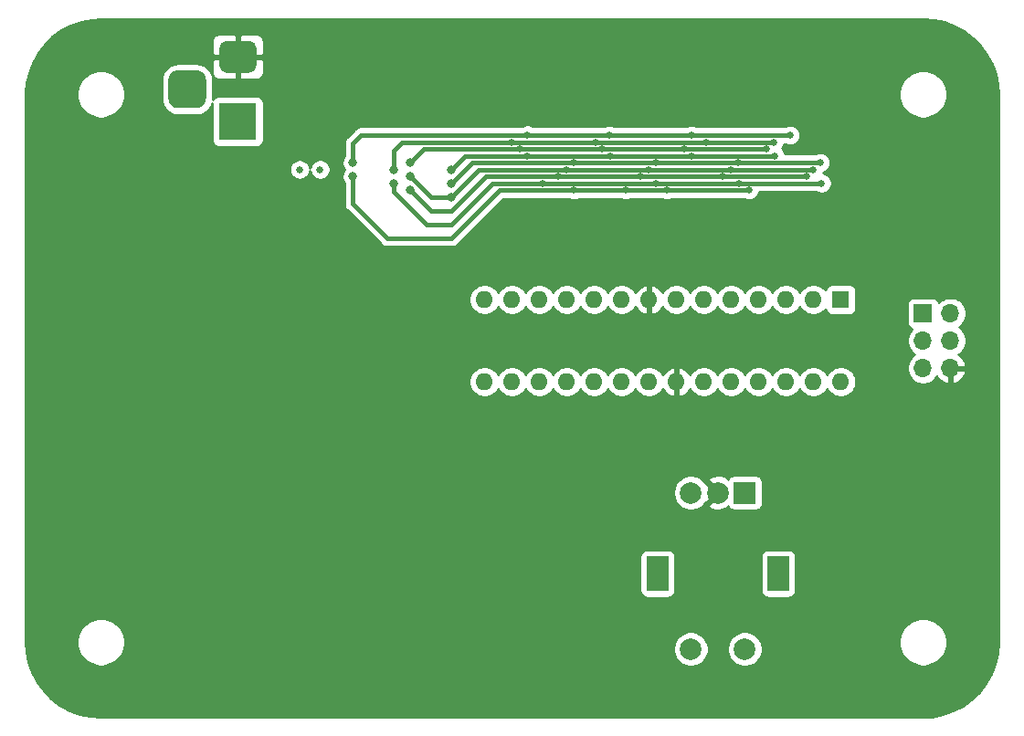
<source format=gbr>
%TF.GenerationSoftware,KiCad,Pcbnew,5.1.9+dfsg1-1*%
%TF.CreationDate,2021-01-26T21:22:31-06:00*%
%TF.ProjectId,fram-prototype,6672616d-2d70-4726-9f74-6f747970652e,1.0.0*%
%TF.SameCoordinates,Original*%
%TF.FileFunction,Copper,L2,Bot*%
%TF.FilePolarity,Positive*%
%FSLAX46Y46*%
G04 Gerber Fmt 4.6, Leading zero omitted, Abs format (unit mm)*
G04 Created by KiCad (PCBNEW 5.1.9+dfsg1-1) date 2021-01-26 21:22:31*
%MOMM*%
%LPD*%
G01*
G04 APERTURE LIST*
%TA.AperFunction,ComponentPad*%
%ADD10O,1.700000X1.700000*%
%TD*%
%TA.AperFunction,ComponentPad*%
%ADD11R,1.700000X1.700000*%
%TD*%
%TA.AperFunction,ComponentPad*%
%ADD12O,1.600000X1.600000*%
%TD*%
%TA.AperFunction,ComponentPad*%
%ADD13R,1.600000X1.600000*%
%TD*%
%TA.AperFunction,ComponentPad*%
%ADD14R,3.500000X3.500000*%
%TD*%
%TA.AperFunction,ComponentPad*%
%ADD15R,2.000000X2.000000*%
%TD*%
%TA.AperFunction,ComponentPad*%
%ADD16C,2.000000*%
%TD*%
%TA.AperFunction,ComponentPad*%
%ADD17R,2.000000X3.200000*%
%TD*%
%TA.AperFunction,ViaPad*%
%ADD18C,0.635000*%
%TD*%
%TA.AperFunction,ViaPad*%
%ADD19C,0.800000*%
%TD*%
%TA.AperFunction,Conductor*%
%ADD20C,0.381000*%
%TD*%
%TA.AperFunction,Conductor*%
%ADD21C,0.254000*%
%TD*%
%TA.AperFunction,Conductor*%
%ADD22C,0.100000*%
%TD*%
G04 APERTURE END LIST*
D10*
%TO.P,J2,6*%
%TO.N,GND*%
X142240000Y-88900000D03*
%TO.P,J2,5*%
%TO.N,Net-(J2-Pad5)*%
X139700000Y-88900000D03*
%TO.P,J2,4*%
%TO.N,MOSI*%
X142240000Y-86360000D03*
%TO.P,J2,3*%
%TO.N,SCK*%
X139700000Y-86360000D03*
%TO.P,J2,2*%
%TO.N,+5V*%
X142240000Y-83820000D03*
D11*
%TO.P,J2,1*%
%TO.N,MISO*%
X139700000Y-83820000D03*
%TD*%
D12*
%TO.P,U1,28*%
%TO.N,Net-(U1-Pad28)*%
X132080000Y-90170000D03*
%TO.P,U1,14*%
%TO.N,Net-(U1-Pad14)*%
X99060000Y-82550000D03*
%TO.P,U1,27*%
%TO.N,Net-(U1-Pad27)*%
X129540000Y-90170000D03*
%TO.P,U1,13*%
%TO.N,Net-(U1-Pad13)*%
X101600000Y-82550000D03*
%TO.P,U1,26*%
%TO.N,Net-(U1-Pad26)*%
X127000000Y-90170000D03*
%TO.P,U1,12*%
%TO.N,Net-(U1-Pad12)*%
X104140000Y-82550000D03*
%TO.P,U1,25*%
%TO.N,Net-(U1-Pad25)*%
X124460000Y-90170000D03*
%TO.P,U1,11*%
%TO.N,Net-(U1-Pad11)*%
X106680000Y-82550000D03*
%TO.P,U1,24*%
%TO.N,Net-(U1-Pad24)*%
X121920000Y-90170000D03*
%TO.P,U1,10*%
%TO.N,Net-(C6-Pad2)*%
X109220000Y-82550000D03*
%TO.P,U1,23*%
%TO.N,Net-(U1-Pad23)*%
X119380000Y-90170000D03*
%TO.P,U1,9*%
%TO.N,Net-(C5-Pad2)*%
X111760000Y-82550000D03*
%TO.P,U1,22*%
%TO.N,GND*%
X116840000Y-90170000D03*
%TO.P,U1,8*%
X114300000Y-82550000D03*
%TO.P,U1,21*%
%TO.N,Net-(U1-Pad21)*%
X114300000Y-90170000D03*
%TO.P,U1,7*%
%TO.N,+5V*%
X116840000Y-82550000D03*
%TO.P,U1,20*%
%TO.N,Net-(U1-Pad20)*%
X111760000Y-90170000D03*
%TO.P,U1,6*%
%TO.N,Net-(U1-Pad6)*%
X119380000Y-82550000D03*
%TO.P,U1,19*%
%TO.N,Net-(U1-Pad19)*%
X109220000Y-90170000D03*
%TO.P,U1,5*%
%TO.N,Net-(U1-Pad5)*%
X121920000Y-82550000D03*
%TO.P,U1,18*%
%TO.N,Net-(U1-Pad18)*%
X106680000Y-90170000D03*
%TO.P,U1,4*%
%TO.N,Net-(U1-Pad4)*%
X124460000Y-82550000D03*
%TO.P,U1,17*%
%TO.N,Net-(U1-Pad17)*%
X104140000Y-90170000D03*
%TO.P,U1,3*%
%TO.N,Net-(SW1-PadB)*%
X127000000Y-82550000D03*
%TO.P,U1,16*%
%TO.N,Net-(U1-Pad16)*%
X101600000Y-90170000D03*
%TO.P,U1,2*%
%TO.N,Net-(SW1-PadA)*%
X129540000Y-82550000D03*
%TO.P,U1,15*%
%TO.N,Net-(U1-Pad15)*%
X99060000Y-90170000D03*
D13*
%TO.P,U1,1*%
%TO.N,Net-(J2-Pad5)*%
X132080000Y-82550000D03*
%TD*%
%TO.P,J1,3*%
%TO.N,N/C*%
%TA.AperFunction,ComponentPad*%
G36*
G01*
X70625000Y-61290000D02*
X72375000Y-61290000D01*
G75*
G02*
X73250000Y-62165000I0J-875000D01*
G01*
X73250000Y-63915000D01*
G75*
G02*
X72375000Y-64790000I-875000J0D01*
G01*
X70625000Y-64790000D01*
G75*
G02*
X69750000Y-63915000I0J875000D01*
G01*
X69750000Y-62165000D01*
G75*
G02*
X70625000Y-61290000I875000J0D01*
G01*
G37*
%TD.AperFunction*%
%TO.P,J1,2*%
%TO.N,GND*%
%TA.AperFunction,ComponentPad*%
G36*
G01*
X75200000Y-58540000D02*
X77200000Y-58540000D01*
G75*
G02*
X77950000Y-59290000I0J-750000D01*
G01*
X77950000Y-60790000D01*
G75*
G02*
X77200000Y-61540000I-750000J0D01*
G01*
X75200000Y-61540000D01*
G75*
G02*
X74450000Y-60790000I0J750000D01*
G01*
X74450000Y-59290000D01*
G75*
G02*
X75200000Y-58540000I750000J0D01*
G01*
G37*
%TD.AperFunction*%
D14*
%TO.P,J1,1*%
%TO.N,+VDC*%
X76200000Y-66040000D03*
%TD*%
D15*
%TO.P,SW1,A*%
%TO.N,Net-(SW1-PadA)*%
X123190000Y-100450000D03*
D16*
%TO.P,SW1,C*%
%TO.N,GND*%
X120690000Y-100450000D03*
%TO.P,SW1,B*%
%TO.N,Net-(SW1-PadB)*%
X118190000Y-100450000D03*
D17*
%TO.P,SW1,MP*%
%TO.N,N/C*%
X126290000Y-107950000D03*
X115090000Y-107950000D03*
D16*
%TO.P,SW1,S2*%
%TO.N,Net-(SW1-PadS2)*%
X123190000Y-114950000D03*
%TO.P,SW1,S1*%
%TO.N,Net-(SW1-PadS1)*%
X118190000Y-114950000D03*
%TD*%
D18*
%TO.N,/7seg/SEG6*%
X129540000Y-70485000D03*
X121920000Y-70485000D03*
X114300000Y-70485000D03*
%TO.N,/7seg/SEG4*%
X125222000Y-68580000D03*
X117602000Y-68580000D03*
X109982000Y-68580000D03*
D19*
%TO.N,/7seg/SEG2*%
X90678000Y-70485000D03*
D18*
X101600000Y-67945000D03*
X109347000Y-67945000D03*
X125857000Y-67945000D03*
X119634000Y-67945000D03*
D19*
%TO.N,/7seg/SEG3*%
X86868000Y-69850000D03*
D18*
X103040000Y-67267000D03*
X110617000Y-67310000D03*
X118237000Y-67310000D03*
X127381000Y-67310000D03*
D19*
%TO.N,/7seg/SEG0*%
X90678000Y-71755000D03*
D18*
X104470200Y-71755000D03*
X130302000Y-71755000D03*
X114985800Y-71755000D03*
X122656600Y-71755000D03*
D19*
%TO.N,/7seg/SEG8*%
X92202000Y-72390000D03*
D18*
X105892600Y-71120000D03*
X113538000Y-71120000D03*
X121158000Y-71120000D03*
X128905000Y-71120000D03*
D19*
%TO.N,/7seg/SEG7*%
X96012000Y-71755000D03*
X96012000Y-71755000D03*
D18*
X107340400Y-69850000D03*
X114935000Y-69850000D03*
X122555000Y-69850000D03*
X130175000Y-69850000D03*
D19*
%TO.N,/7seg/SEG1*%
X86868000Y-71120000D03*
D18*
X107340400Y-72390000D03*
X112141000Y-72390000D03*
X123571000Y-72390000D03*
X115951000Y-72390000D03*
D19*
%TO.N,/7seg/SEG6*%
X92202000Y-71120000D03*
X96012000Y-73025000D03*
D18*
X106680000Y-70485000D03*
D19*
%TO.N,/7seg/SEG5*%
X96012000Y-70485000D03*
D18*
X103047800Y-69215000D03*
X110744000Y-69215000D03*
X118237000Y-69215000D03*
X125984000Y-69215000D03*
D19*
%TO.N,/7seg/SEG4*%
X92202000Y-69850000D03*
D18*
X102362000Y-68580000D03*
%TO.N,/7seg/CLK*%
X83820000Y-70485000D03*
%TO.N,/7seg/DIN*%
X81915000Y-70485000D03*
%TD*%
D20*
%TO.N,/7seg/SEG2*%
X90678000Y-70485000D02*
X90678000Y-68707000D01*
X90678000Y-68707000D02*
X91440000Y-67945000D01*
X91440000Y-67945000D02*
X101219000Y-67945000D01*
X101219000Y-67945000D02*
X101600000Y-67945000D01*
X101600000Y-67945000D02*
X109347000Y-67945000D01*
X119634000Y-67945000D02*
X125857000Y-67945000D01*
X109347000Y-67945000D02*
X119634000Y-67945000D01*
%TO.N,/7seg/SEG3*%
X86868000Y-69850000D02*
X86868000Y-68072000D01*
X86868000Y-68072000D02*
X87630000Y-67310000D01*
X87630000Y-67310000D02*
X102616000Y-67310000D01*
X102616000Y-67310000D02*
X110617000Y-67310000D01*
X110617000Y-67310000D02*
X118237000Y-67310000D01*
X118237000Y-67310000D02*
X127381000Y-67310000D01*
%TO.N,/7seg/SEG0*%
X96012000Y-75565000D02*
X93726000Y-75565000D01*
X90678000Y-72517000D02*
X90678000Y-71755000D01*
X93726000Y-75565000D02*
X90678000Y-72517000D01*
X96012000Y-75565000D02*
X99822000Y-71755000D01*
X99822000Y-71755000D02*
X104470200Y-71755000D01*
X104470200Y-71755000D02*
X114985800Y-71755000D01*
X122656600Y-71755000D02*
X130302000Y-71755000D01*
X114985800Y-71755000D02*
X122656600Y-71755000D01*
%TO.N,/7seg/SEG8*%
X94107000Y-74295000D02*
X96012000Y-74295000D01*
X92202000Y-72390000D02*
X94107000Y-74295000D01*
X96012000Y-74295000D02*
X99187000Y-71120000D01*
X99187000Y-71120000D02*
X105892600Y-71120000D01*
X105892600Y-71120000D02*
X113538000Y-71120000D01*
X113538000Y-71120000D02*
X121158000Y-71120000D01*
X121158000Y-71120000D02*
X128905000Y-71120000D01*
%TO.N,/7seg/SEG7*%
X96012000Y-71755000D02*
X97917000Y-69850000D01*
X97917000Y-69850000D02*
X107340400Y-69850000D01*
X107340400Y-69850000D02*
X114935000Y-69850000D01*
X114935000Y-69850000D02*
X122555000Y-69850000D01*
X122555000Y-69850000D02*
X130175000Y-69850000D01*
%TO.N,/7seg/SEG1*%
X96012000Y-76835000D02*
X90043000Y-76835000D01*
X86868000Y-73660000D02*
X86868000Y-71120000D01*
X90043000Y-76835000D02*
X86868000Y-73660000D01*
X96012000Y-76835000D02*
X100457000Y-72390000D01*
X100457000Y-72390000D02*
X107340400Y-72390000D01*
X107340400Y-72390000D02*
X112141000Y-72390000D01*
X115951000Y-72390000D02*
X123571000Y-72390000D01*
X112141000Y-72390000D02*
X115951000Y-72390000D01*
%TO.N,/7seg/SEG6*%
X92202000Y-71120000D02*
X94107000Y-73025000D01*
X94107000Y-73025000D02*
X96012000Y-73025000D01*
X96012000Y-73025000D02*
X98552000Y-70485000D01*
X106680000Y-70485000D02*
X128778000Y-70485000D01*
X98552000Y-70485000D02*
X106680000Y-70485000D01*
X129540000Y-70485000D02*
X128778000Y-70485000D01*
%TO.N,/7seg/SEG5*%
X96012000Y-70485000D02*
X97282000Y-69215000D01*
X97282000Y-69215000D02*
X103047800Y-69215000D01*
X103047800Y-69215000D02*
X110744000Y-69215000D01*
X110744000Y-69215000D02*
X118237000Y-69215000D01*
X118237000Y-69215000D02*
X125984000Y-69215000D01*
%TO.N,/7seg/SEG4*%
X92202000Y-69850000D02*
X93472000Y-68580000D01*
X93472000Y-68580000D02*
X102362000Y-68580000D01*
X102362000Y-68580000D02*
X125222000Y-68580000D01*
%TD*%
D21*
%TO.N,GND*%
X140704470Y-56614617D02*
X141687898Y-56831739D01*
X142629675Y-57188546D01*
X143510095Y-57677575D01*
X144310687Y-58288569D01*
X145014694Y-59008732D01*
X145607370Y-59822987D01*
X146076296Y-60714269D01*
X146411647Y-61663900D01*
X146607127Y-62655692D01*
X146660000Y-63520164D01*
X146660001Y-114276080D01*
X146585382Y-115304470D01*
X146368262Y-116287896D01*
X146011454Y-117229675D01*
X145522424Y-118110095D01*
X144911435Y-118910684D01*
X144191268Y-119614694D01*
X143377013Y-120207370D01*
X142485731Y-120676296D01*
X141536099Y-121011647D01*
X140544309Y-121207127D01*
X139679835Y-121260000D01*
X63523906Y-121260000D01*
X62495530Y-121185382D01*
X61512104Y-120968262D01*
X60570325Y-120611454D01*
X59689905Y-120122424D01*
X58889316Y-119511435D01*
X58185306Y-118791268D01*
X57592630Y-117977013D01*
X57123704Y-117085731D01*
X56788353Y-116136099D01*
X56592873Y-115144309D01*
X56540000Y-114279835D01*
X56540000Y-114079872D01*
X61265000Y-114079872D01*
X61265000Y-114520128D01*
X61350890Y-114951925D01*
X61519369Y-115358669D01*
X61763962Y-115724729D01*
X62075271Y-116036038D01*
X62441331Y-116280631D01*
X62848075Y-116449110D01*
X63279872Y-116535000D01*
X63720128Y-116535000D01*
X64151925Y-116449110D01*
X64558669Y-116280631D01*
X64924729Y-116036038D01*
X65236038Y-115724729D01*
X65480631Y-115358669D01*
X65649110Y-114951925D01*
X65681524Y-114788967D01*
X116555000Y-114788967D01*
X116555000Y-115111033D01*
X116617832Y-115426912D01*
X116741082Y-115724463D01*
X116920013Y-115992252D01*
X117147748Y-116219987D01*
X117415537Y-116398918D01*
X117713088Y-116522168D01*
X118028967Y-116585000D01*
X118351033Y-116585000D01*
X118666912Y-116522168D01*
X118964463Y-116398918D01*
X119232252Y-116219987D01*
X119459987Y-115992252D01*
X119638918Y-115724463D01*
X119762168Y-115426912D01*
X119825000Y-115111033D01*
X119825000Y-114788967D01*
X121555000Y-114788967D01*
X121555000Y-115111033D01*
X121617832Y-115426912D01*
X121741082Y-115724463D01*
X121920013Y-115992252D01*
X122147748Y-116219987D01*
X122415537Y-116398918D01*
X122713088Y-116522168D01*
X123028967Y-116585000D01*
X123351033Y-116585000D01*
X123666912Y-116522168D01*
X123964463Y-116398918D01*
X124232252Y-116219987D01*
X124459987Y-115992252D01*
X124638918Y-115724463D01*
X124762168Y-115426912D01*
X124825000Y-115111033D01*
X124825000Y-114788967D01*
X124762168Y-114473088D01*
X124638918Y-114175537D01*
X124574997Y-114079872D01*
X137465000Y-114079872D01*
X137465000Y-114520128D01*
X137550890Y-114951925D01*
X137719369Y-115358669D01*
X137963962Y-115724729D01*
X138275271Y-116036038D01*
X138641331Y-116280631D01*
X139048075Y-116449110D01*
X139479872Y-116535000D01*
X139920128Y-116535000D01*
X140351925Y-116449110D01*
X140758669Y-116280631D01*
X141124729Y-116036038D01*
X141436038Y-115724729D01*
X141680631Y-115358669D01*
X141849110Y-114951925D01*
X141935000Y-114520128D01*
X141935000Y-114079872D01*
X141849110Y-113648075D01*
X141680631Y-113241331D01*
X141436038Y-112875271D01*
X141124729Y-112563962D01*
X140758669Y-112319369D01*
X140351925Y-112150890D01*
X139920128Y-112065000D01*
X139479872Y-112065000D01*
X139048075Y-112150890D01*
X138641331Y-112319369D01*
X138275271Y-112563962D01*
X137963962Y-112875271D01*
X137719369Y-113241331D01*
X137550890Y-113648075D01*
X137465000Y-114079872D01*
X124574997Y-114079872D01*
X124459987Y-113907748D01*
X124232252Y-113680013D01*
X123964463Y-113501082D01*
X123666912Y-113377832D01*
X123351033Y-113315000D01*
X123028967Y-113315000D01*
X122713088Y-113377832D01*
X122415537Y-113501082D01*
X122147748Y-113680013D01*
X121920013Y-113907748D01*
X121741082Y-114175537D01*
X121617832Y-114473088D01*
X121555000Y-114788967D01*
X119825000Y-114788967D01*
X119762168Y-114473088D01*
X119638918Y-114175537D01*
X119459987Y-113907748D01*
X119232252Y-113680013D01*
X118964463Y-113501082D01*
X118666912Y-113377832D01*
X118351033Y-113315000D01*
X118028967Y-113315000D01*
X117713088Y-113377832D01*
X117415537Y-113501082D01*
X117147748Y-113680013D01*
X116920013Y-113907748D01*
X116741082Y-114175537D01*
X116617832Y-114473088D01*
X116555000Y-114788967D01*
X65681524Y-114788967D01*
X65735000Y-114520128D01*
X65735000Y-114079872D01*
X65649110Y-113648075D01*
X65480631Y-113241331D01*
X65236038Y-112875271D01*
X64924729Y-112563962D01*
X64558669Y-112319369D01*
X64151925Y-112150890D01*
X63720128Y-112065000D01*
X63279872Y-112065000D01*
X62848075Y-112150890D01*
X62441331Y-112319369D01*
X62075271Y-112563962D01*
X61763962Y-112875271D01*
X61519369Y-113241331D01*
X61350890Y-113648075D01*
X61265000Y-114079872D01*
X56540000Y-114079872D01*
X56540000Y-106350000D01*
X113451928Y-106350000D01*
X113451928Y-109550000D01*
X113464188Y-109674482D01*
X113500498Y-109794180D01*
X113559463Y-109904494D01*
X113638815Y-110001185D01*
X113735506Y-110080537D01*
X113845820Y-110139502D01*
X113965518Y-110175812D01*
X114090000Y-110188072D01*
X116090000Y-110188072D01*
X116214482Y-110175812D01*
X116334180Y-110139502D01*
X116444494Y-110080537D01*
X116541185Y-110001185D01*
X116620537Y-109904494D01*
X116679502Y-109794180D01*
X116715812Y-109674482D01*
X116728072Y-109550000D01*
X116728072Y-106350000D01*
X124651928Y-106350000D01*
X124651928Y-109550000D01*
X124664188Y-109674482D01*
X124700498Y-109794180D01*
X124759463Y-109904494D01*
X124838815Y-110001185D01*
X124935506Y-110080537D01*
X125045820Y-110139502D01*
X125165518Y-110175812D01*
X125290000Y-110188072D01*
X127290000Y-110188072D01*
X127414482Y-110175812D01*
X127534180Y-110139502D01*
X127644494Y-110080537D01*
X127741185Y-110001185D01*
X127820537Y-109904494D01*
X127879502Y-109794180D01*
X127915812Y-109674482D01*
X127928072Y-109550000D01*
X127928072Y-106350000D01*
X127915812Y-106225518D01*
X127879502Y-106105820D01*
X127820537Y-105995506D01*
X127741185Y-105898815D01*
X127644494Y-105819463D01*
X127534180Y-105760498D01*
X127414482Y-105724188D01*
X127290000Y-105711928D01*
X125290000Y-105711928D01*
X125165518Y-105724188D01*
X125045820Y-105760498D01*
X124935506Y-105819463D01*
X124838815Y-105898815D01*
X124759463Y-105995506D01*
X124700498Y-106105820D01*
X124664188Y-106225518D01*
X124651928Y-106350000D01*
X116728072Y-106350000D01*
X116715812Y-106225518D01*
X116679502Y-106105820D01*
X116620537Y-105995506D01*
X116541185Y-105898815D01*
X116444494Y-105819463D01*
X116334180Y-105760498D01*
X116214482Y-105724188D01*
X116090000Y-105711928D01*
X114090000Y-105711928D01*
X113965518Y-105724188D01*
X113845820Y-105760498D01*
X113735506Y-105819463D01*
X113638815Y-105898815D01*
X113559463Y-105995506D01*
X113500498Y-106105820D01*
X113464188Y-106225518D01*
X113451928Y-106350000D01*
X56540000Y-106350000D01*
X56540000Y-100288967D01*
X116555000Y-100288967D01*
X116555000Y-100611033D01*
X116617832Y-100926912D01*
X116741082Y-101224463D01*
X116920013Y-101492252D01*
X117147748Y-101719987D01*
X117415537Y-101898918D01*
X117713088Y-102022168D01*
X118028967Y-102085000D01*
X118351033Y-102085000D01*
X118666912Y-102022168D01*
X118964463Y-101898918D01*
X119232252Y-101719987D01*
X119459987Y-101492252D01*
X119524925Y-101395065D01*
X119554587Y-101405808D01*
X120510395Y-100450000D01*
X119554587Y-99494192D01*
X119524925Y-99504935D01*
X119459987Y-99407748D01*
X119366826Y-99314587D01*
X119734192Y-99314587D01*
X120690000Y-100270395D01*
X120704143Y-100256253D01*
X120883748Y-100435858D01*
X120869605Y-100450000D01*
X120883748Y-100464143D01*
X120704143Y-100643748D01*
X120690000Y-100629605D01*
X119734192Y-101585413D01*
X119829956Y-101849814D01*
X120119571Y-101990704D01*
X120431108Y-102072384D01*
X120752595Y-102091718D01*
X121071675Y-102047961D01*
X121376088Y-101942795D01*
X121550044Y-101849814D01*
X121604024Y-101700777D01*
X121659463Y-101804494D01*
X121738815Y-101901185D01*
X121835506Y-101980537D01*
X121945820Y-102039502D01*
X122065518Y-102075812D01*
X122190000Y-102088072D01*
X124190000Y-102088072D01*
X124314482Y-102075812D01*
X124434180Y-102039502D01*
X124544494Y-101980537D01*
X124641185Y-101901185D01*
X124720537Y-101804494D01*
X124779502Y-101694180D01*
X124815812Y-101574482D01*
X124828072Y-101450000D01*
X124828072Y-99450000D01*
X124815812Y-99325518D01*
X124779502Y-99205820D01*
X124720537Y-99095506D01*
X124641185Y-98998815D01*
X124544494Y-98919463D01*
X124434180Y-98860498D01*
X124314482Y-98824188D01*
X124190000Y-98811928D01*
X122190000Y-98811928D01*
X122065518Y-98824188D01*
X121945820Y-98860498D01*
X121835506Y-98919463D01*
X121738815Y-98998815D01*
X121659463Y-99095506D01*
X121604024Y-99199223D01*
X121550044Y-99050186D01*
X121260429Y-98909296D01*
X120948892Y-98827616D01*
X120627405Y-98808282D01*
X120308325Y-98852039D01*
X120003912Y-98957205D01*
X119829956Y-99050186D01*
X119734192Y-99314587D01*
X119366826Y-99314587D01*
X119232252Y-99180013D01*
X118964463Y-99001082D01*
X118666912Y-98877832D01*
X118351033Y-98815000D01*
X118028967Y-98815000D01*
X117713088Y-98877832D01*
X117415537Y-99001082D01*
X117147748Y-99180013D01*
X116920013Y-99407748D01*
X116741082Y-99675537D01*
X116617832Y-99973088D01*
X116555000Y-100288967D01*
X56540000Y-100288967D01*
X56540000Y-90028665D01*
X97625000Y-90028665D01*
X97625000Y-90311335D01*
X97680147Y-90588574D01*
X97788320Y-90849727D01*
X97945363Y-91084759D01*
X98145241Y-91284637D01*
X98380273Y-91441680D01*
X98641426Y-91549853D01*
X98918665Y-91605000D01*
X99201335Y-91605000D01*
X99478574Y-91549853D01*
X99739727Y-91441680D01*
X99974759Y-91284637D01*
X100174637Y-91084759D01*
X100330000Y-90852241D01*
X100485363Y-91084759D01*
X100685241Y-91284637D01*
X100920273Y-91441680D01*
X101181426Y-91549853D01*
X101458665Y-91605000D01*
X101741335Y-91605000D01*
X102018574Y-91549853D01*
X102279727Y-91441680D01*
X102514759Y-91284637D01*
X102714637Y-91084759D01*
X102870000Y-90852241D01*
X103025363Y-91084759D01*
X103225241Y-91284637D01*
X103460273Y-91441680D01*
X103721426Y-91549853D01*
X103998665Y-91605000D01*
X104281335Y-91605000D01*
X104558574Y-91549853D01*
X104819727Y-91441680D01*
X105054759Y-91284637D01*
X105254637Y-91084759D01*
X105410000Y-90852241D01*
X105565363Y-91084759D01*
X105765241Y-91284637D01*
X106000273Y-91441680D01*
X106261426Y-91549853D01*
X106538665Y-91605000D01*
X106821335Y-91605000D01*
X107098574Y-91549853D01*
X107359727Y-91441680D01*
X107594759Y-91284637D01*
X107794637Y-91084759D01*
X107950000Y-90852241D01*
X108105363Y-91084759D01*
X108305241Y-91284637D01*
X108540273Y-91441680D01*
X108801426Y-91549853D01*
X109078665Y-91605000D01*
X109361335Y-91605000D01*
X109638574Y-91549853D01*
X109899727Y-91441680D01*
X110134759Y-91284637D01*
X110334637Y-91084759D01*
X110490000Y-90852241D01*
X110645363Y-91084759D01*
X110845241Y-91284637D01*
X111080273Y-91441680D01*
X111341426Y-91549853D01*
X111618665Y-91605000D01*
X111901335Y-91605000D01*
X112178574Y-91549853D01*
X112439727Y-91441680D01*
X112674759Y-91284637D01*
X112874637Y-91084759D01*
X113030000Y-90852241D01*
X113185363Y-91084759D01*
X113385241Y-91284637D01*
X113620273Y-91441680D01*
X113881426Y-91549853D01*
X114158665Y-91605000D01*
X114441335Y-91605000D01*
X114718574Y-91549853D01*
X114979727Y-91441680D01*
X115214759Y-91284637D01*
X115414637Y-91084759D01*
X115571680Y-90849727D01*
X115576067Y-90839135D01*
X115687615Y-91025131D01*
X115876586Y-91233519D01*
X116102580Y-91401037D01*
X116356913Y-91521246D01*
X116490961Y-91561904D01*
X116713000Y-91439915D01*
X116713000Y-90297000D01*
X116693000Y-90297000D01*
X116693000Y-90043000D01*
X116713000Y-90043000D01*
X116713000Y-88900085D01*
X116967000Y-88900085D01*
X116967000Y-90043000D01*
X116987000Y-90043000D01*
X116987000Y-90297000D01*
X116967000Y-90297000D01*
X116967000Y-91439915D01*
X117189039Y-91561904D01*
X117323087Y-91521246D01*
X117577420Y-91401037D01*
X117803414Y-91233519D01*
X117992385Y-91025131D01*
X118103933Y-90839135D01*
X118108320Y-90849727D01*
X118265363Y-91084759D01*
X118465241Y-91284637D01*
X118700273Y-91441680D01*
X118961426Y-91549853D01*
X119238665Y-91605000D01*
X119521335Y-91605000D01*
X119798574Y-91549853D01*
X120059727Y-91441680D01*
X120294759Y-91284637D01*
X120494637Y-91084759D01*
X120650000Y-90852241D01*
X120805363Y-91084759D01*
X121005241Y-91284637D01*
X121240273Y-91441680D01*
X121501426Y-91549853D01*
X121778665Y-91605000D01*
X122061335Y-91605000D01*
X122338574Y-91549853D01*
X122599727Y-91441680D01*
X122834759Y-91284637D01*
X123034637Y-91084759D01*
X123190000Y-90852241D01*
X123345363Y-91084759D01*
X123545241Y-91284637D01*
X123780273Y-91441680D01*
X124041426Y-91549853D01*
X124318665Y-91605000D01*
X124601335Y-91605000D01*
X124878574Y-91549853D01*
X125139727Y-91441680D01*
X125374759Y-91284637D01*
X125574637Y-91084759D01*
X125730000Y-90852241D01*
X125885363Y-91084759D01*
X126085241Y-91284637D01*
X126320273Y-91441680D01*
X126581426Y-91549853D01*
X126858665Y-91605000D01*
X127141335Y-91605000D01*
X127418574Y-91549853D01*
X127679727Y-91441680D01*
X127914759Y-91284637D01*
X128114637Y-91084759D01*
X128270000Y-90852241D01*
X128425363Y-91084759D01*
X128625241Y-91284637D01*
X128860273Y-91441680D01*
X129121426Y-91549853D01*
X129398665Y-91605000D01*
X129681335Y-91605000D01*
X129958574Y-91549853D01*
X130219727Y-91441680D01*
X130454759Y-91284637D01*
X130654637Y-91084759D01*
X130810000Y-90852241D01*
X130965363Y-91084759D01*
X131165241Y-91284637D01*
X131400273Y-91441680D01*
X131661426Y-91549853D01*
X131938665Y-91605000D01*
X132221335Y-91605000D01*
X132498574Y-91549853D01*
X132759727Y-91441680D01*
X132994759Y-91284637D01*
X133194637Y-91084759D01*
X133351680Y-90849727D01*
X133459853Y-90588574D01*
X133515000Y-90311335D01*
X133515000Y-90028665D01*
X133459853Y-89751426D01*
X133351680Y-89490273D01*
X133194637Y-89255241D01*
X132994759Y-89055363D01*
X132759727Y-88898320D01*
X132498574Y-88790147D01*
X132221335Y-88735000D01*
X131938665Y-88735000D01*
X131661426Y-88790147D01*
X131400273Y-88898320D01*
X131165241Y-89055363D01*
X130965363Y-89255241D01*
X130810000Y-89487759D01*
X130654637Y-89255241D01*
X130454759Y-89055363D01*
X130219727Y-88898320D01*
X129958574Y-88790147D01*
X129681335Y-88735000D01*
X129398665Y-88735000D01*
X129121426Y-88790147D01*
X128860273Y-88898320D01*
X128625241Y-89055363D01*
X128425363Y-89255241D01*
X128270000Y-89487759D01*
X128114637Y-89255241D01*
X127914759Y-89055363D01*
X127679727Y-88898320D01*
X127418574Y-88790147D01*
X127141335Y-88735000D01*
X126858665Y-88735000D01*
X126581426Y-88790147D01*
X126320273Y-88898320D01*
X126085241Y-89055363D01*
X125885363Y-89255241D01*
X125730000Y-89487759D01*
X125574637Y-89255241D01*
X125374759Y-89055363D01*
X125139727Y-88898320D01*
X124878574Y-88790147D01*
X124601335Y-88735000D01*
X124318665Y-88735000D01*
X124041426Y-88790147D01*
X123780273Y-88898320D01*
X123545241Y-89055363D01*
X123345363Y-89255241D01*
X123190000Y-89487759D01*
X123034637Y-89255241D01*
X122834759Y-89055363D01*
X122599727Y-88898320D01*
X122338574Y-88790147D01*
X122061335Y-88735000D01*
X121778665Y-88735000D01*
X121501426Y-88790147D01*
X121240273Y-88898320D01*
X121005241Y-89055363D01*
X120805363Y-89255241D01*
X120650000Y-89487759D01*
X120494637Y-89255241D01*
X120294759Y-89055363D01*
X120059727Y-88898320D01*
X119798574Y-88790147D01*
X119521335Y-88735000D01*
X119238665Y-88735000D01*
X118961426Y-88790147D01*
X118700273Y-88898320D01*
X118465241Y-89055363D01*
X118265363Y-89255241D01*
X118108320Y-89490273D01*
X118103933Y-89500865D01*
X117992385Y-89314869D01*
X117803414Y-89106481D01*
X117577420Y-88938963D01*
X117323087Y-88818754D01*
X117189039Y-88778096D01*
X116967000Y-88900085D01*
X116713000Y-88900085D01*
X116490961Y-88778096D01*
X116356913Y-88818754D01*
X116102580Y-88938963D01*
X115876586Y-89106481D01*
X115687615Y-89314869D01*
X115576067Y-89500865D01*
X115571680Y-89490273D01*
X115414637Y-89255241D01*
X115214759Y-89055363D01*
X114979727Y-88898320D01*
X114718574Y-88790147D01*
X114441335Y-88735000D01*
X114158665Y-88735000D01*
X113881426Y-88790147D01*
X113620273Y-88898320D01*
X113385241Y-89055363D01*
X113185363Y-89255241D01*
X113030000Y-89487759D01*
X112874637Y-89255241D01*
X112674759Y-89055363D01*
X112439727Y-88898320D01*
X112178574Y-88790147D01*
X111901335Y-88735000D01*
X111618665Y-88735000D01*
X111341426Y-88790147D01*
X111080273Y-88898320D01*
X110845241Y-89055363D01*
X110645363Y-89255241D01*
X110490000Y-89487759D01*
X110334637Y-89255241D01*
X110134759Y-89055363D01*
X109899727Y-88898320D01*
X109638574Y-88790147D01*
X109361335Y-88735000D01*
X109078665Y-88735000D01*
X108801426Y-88790147D01*
X108540273Y-88898320D01*
X108305241Y-89055363D01*
X108105363Y-89255241D01*
X107950000Y-89487759D01*
X107794637Y-89255241D01*
X107594759Y-89055363D01*
X107359727Y-88898320D01*
X107098574Y-88790147D01*
X106821335Y-88735000D01*
X106538665Y-88735000D01*
X106261426Y-88790147D01*
X106000273Y-88898320D01*
X105765241Y-89055363D01*
X105565363Y-89255241D01*
X105410000Y-89487759D01*
X105254637Y-89255241D01*
X105054759Y-89055363D01*
X104819727Y-88898320D01*
X104558574Y-88790147D01*
X104281335Y-88735000D01*
X103998665Y-88735000D01*
X103721426Y-88790147D01*
X103460273Y-88898320D01*
X103225241Y-89055363D01*
X103025363Y-89255241D01*
X102870000Y-89487759D01*
X102714637Y-89255241D01*
X102514759Y-89055363D01*
X102279727Y-88898320D01*
X102018574Y-88790147D01*
X101741335Y-88735000D01*
X101458665Y-88735000D01*
X101181426Y-88790147D01*
X100920273Y-88898320D01*
X100685241Y-89055363D01*
X100485363Y-89255241D01*
X100330000Y-89487759D01*
X100174637Y-89255241D01*
X99974759Y-89055363D01*
X99739727Y-88898320D01*
X99478574Y-88790147D01*
X99201335Y-88735000D01*
X98918665Y-88735000D01*
X98641426Y-88790147D01*
X98380273Y-88898320D01*
X98145241Y-89055363D01*
X97945363Y-89255241D01*
X97788320Y-89490273D01*
X97680147Y-89751426D01*
X97625000Y-90028665D01*
X56540000Y-90028665D01*
X56540000Y-82408665D01*
X97625000Y-82408665D01*
X97625000Y-82691335D01*
X97680147Y-82968574D01*
X97788320Y-83229727D01*
X97945363Y-83464759D01*
X98145241Y-83664637D01*
X98380273Y-83821680D01*
X98641426Y-83929853D01*
X98918665Y-83985000D01*
X99201335Y-83985000D01*
X99478574Y-83929853D01*
X99739727Y-83821680D01*
X99974759Y-83664637D01*
X100174637Y-83464759D01*
X100330000Y-83232241D01*
X100485363Y-83464759D01*
X100685241Y-83664637D01*
X100920273Y-83821680D01*
X101181426Y-83929853D01*
X101458665Y-83985000D01*
X101741335Y-83985000D01*
X102018574Y-83929853D01*
X102279727Y-83821680D01*
X102514759Y-83664637D01*
X102714637Y-83464759D01*
X102870000Y-83232241D01*
X103025363Y-83464759D01*
X103225241Y-83664637D01*
X103460273Y-83821680D01*
X103721426Y-83929853D01*
X103998665Y-83985000D01*
X104281335Y-83985000D01*
X104558574Y-83929853D01*
X104819727Y-83821680D01*
X105054759Y-83664637D01*
X105254637Y-83464759D01*
X105410000Y-83232241D01*
X105565363Y-83464759D01*
X105765241Y-83664637D01*
X106000273Y-83821680D01*
X106261426Y-83929853D01*
X106538665Y-83985000D01*
X106821335Y-83985000D01*
X107098574Y-83929853D01*
X107359727Y-83821680D01*
X107594759Y-83664637D01*
X107794637Y-83464759D01*
X107950000Y-83232241D01*
X108105363Y-83464759D01*
X108305241Y-83664637D01*
X108540273Y-83821680D01*
X108801426Y-83929853D01*
X109078665Y-83985000D01*
X109361335Y-83985000D01*
X109638574Y-83929853D01*
X109899727Y-83821680D01*
X110134759Y-83664637D01*
X110334637Y-83464759D01*
X110490000Y-83232241D01*
X110645363Y-83464759D01*
X110845241Y-83664637D01*
X111080273Y-83821680D01*
X111341426Y-83929853D01*
X111618665Y-83985000D01*
X111901335Y-83985000D01*
X112178574Y-83929853D01*
X112439727Y-83821680D01*
X112674759Y-83664637D01*
X112874637Y-83464759D01*
X113031680Y-83229727D01*
X113036067Y-83219135D01*
X113147615Y-83405131D01*
X113336586Y-83613519D01*
X113562580Y-83781037D01*
X113816913Y-83901246D01*
X113950961Y-83941904D01*
X114173000Y-83819915D01*
X114173000Y-82677000D01*
X114153000Y-82677000D01*
X114153000Y-82423000D01*
X114173000Y-82423000D01*
X114173000Y-81280085D01*
X114427000Y-81280085D01*
X114427000Y-82423000D01*
X114447000Y-82423000D01*
X114447000Y-82677000D01*
X114427000Y-82677000D01*
X114427000Y-83819915D01*
X114649039Y-83941904D01*
X114783087Y-83901246D01*
X115037420Y-83781037D01*
X115263414Y-83613519D01*
X115452385Y-83405131D01*
X115563933Y-83219135D01*
X115568320Y-83229727D01*
X115725363Y-83464759D01*
X115925241Y-83664637D01*
X116160273Y-83821680D01*
X116421426Y-83929853D01*
X116698665Y-83985000D01*
X116981335Y-83985000D01*
X117258574Y-83929853D01*
X117519727Y-83821680D01*
X117754759Y-83664637D01*
X117954637Y-83464759D01*
X118110000Y-83232241D01*
X118265363Y-83464759D01*
X118465241Y-83664637D01*
X118700273Y-83821680D01*
X118961426Y-83929853D01*
X119238665Y-83985000D01*
X119521335Y-83985000D01*
X119798574Y-83929853D01*
X120059727Y-83821680D01*
X120294759Y-83664637D01*
X120494637Y-83464759D01*
X120650000Y-83232241D01*
X120805363Y-83464759D01*
X121005241Y-83664637D01*
X121240273Y-83821680D01*
X121501426Y-83929853D01*
X121778665Y-83985000D01*
X122061335Y-83985000D01*
X122338574Y-83929853D01*
X122599727Y-83821680D01*
X122834759Y-83664637D01*
X123034637Y-83464759D01*
X123190000Y-83232241D01*
X123345363Y-83464759D01*
X123545241Y-83664637D01*
X123780273Y-83821680D01*
X124041426Y-83929853D01*
X124318665Y-83985000D01*
X124601335Y-83985000D01*
X124878574Y-83929853D01*
X125139727Y-83821680D01*
X125374759Y-83664637D01*
X125574637Y-83464759D01*
X125730000Y-83232241D01*
X125885363Y-83464759D01*
X126085241Y-83664637D01*
X126320273Y-83821680D01*
X126581426Y-83929853D01*
X126858665Y-83985000D01*
X127141335Y-83985000D01*
X127418574Y-83929853D01*
X127679727Y-83821680D01*
X127914759Y-83664637D01*
X128114637Y-83464759D01*
X128270000Y-83232241D01*
X128425363Y-83464759D01*
X128625241Y-83664637D01*
X128860273Y-83821680D01*
X129121426Y-83929853D01*
X129398665Y-83985000D01*
X129681335Y-83985000D01*
X129958574Y-83929853D01*
X130219727Y-83821680D01*
X130454759Y-83664637D01*
X130653357Y-83466039D01*
X130654188Y-83474482D01*
X130690498Y-83594180D01*
X130749463Y-83704494D01*
X130828815Y-83801185D01*
X130925506Y-83880537D01*
X131035820Y-83939502D01*
X131155518Y-83975812D01*
X131280000Y-83988072D01*
X132880000Y-83988072D01*
X133004482Y-83975812D01*
X133124180Y-83939502D01*
X133234494Y-83880537D01*
X133331185Y-83801185D01*
X133410537Y-83704494D01*
X133469502Y-83594180D01*
X133505812Y-83474482D01*
X133518072Y-83350000D01*
X133518072Y-82970000D01*
X138211928Y-82970000D01*
X138211928Y-84670000D01*
X138224188Y-84794482D01*
X138260498Y-84914180D01*
X138319463Y-85024494D01*
X138398815Y-85121185D01*
X138495506Y-85200537D01*
X138605820Y-85259502D01*
X138678380Y-85281513D01*
X138546525Y-85413368D01*
X138384010Y-85656589D01*
X138272068Y-85926842D01*
X138215000Y-86213740D01*
X138215000Y-86506260D01*
X138272068Y-86793158D01*
X138384010Y-87063411D01*
X138546525Y-87306632D01*
X138753368Y-87513475D01*
X138927760Y-87630000D01*
X138753368Y-87746525D01*
X138546525Y-87953368D01*
X138384010Y-88196589D01*
X138272068Y-88466842D01*
X138215000Y-88753740D01*
X138215000Y-89046260D01*
X138272068Y-89333158D01*
X138384010Y-89603411D01*
X138546525Y-89846632D01*
X138753368Y-90053475D01*
X138996589Y-90215990D01*
X139266842Y-90327932D01*
X139553740Y-90385000D01*
X139846260Y-90385000D01*
X140133158Y-90327932D01*
X140403411Y-90215990D01*
X140646632Y-90053475D01*
X140853475Y-89846632D01*
X140971100Y-89670594D01*
X141142412Y-89900269D01*
X141358645Y-90095178D01*
X141608748Y-90244157D01*
X141883109Y-90341481D01*
X142113000Y-90220814D01*
X142113000Y-89027000D01*
X142367000Y-89027000D01*
X142367000Y-90220814D01*
X142596891Y-90341481D01*
X142871252Y-90244157D01*
X143121355Y-90095178D01*
X143337588Y-89900269D01*
X143511641Y-89666920D01*
X143636825Y-89404099D01*
X143681476Y-89256890D01*
X143560155Y-89027000D01*
X142367000Y-89027000D01*
X142113000Y-89027000D01*
X142093000Y-89027000D01*
X142093000Y-88773000D01*
X142113000Y-88773000D01*
X142113000Y-88753000D01*
X142367000Y-88753000D01*
X142367000Y-88773000D01*
X143560155Y-88773000D01*
X143681476Y-88543110D01*
X143636825Y-88395901D01*
X143511641Y-88133080D01*
X143337588Y-87899731D01*
X143121355Y-87704822D01*
X143004466Y-87635195D01*
X143186632Y-87513475D01*
X143393475Y-87306632D01*
X143555990Y-87063411D01*
X143667932Y-86793158D01*
X143725000Y-86506260D01*
X143725000Y-86213740D01*
X143667932Y-85926842D01*
X143555990Y-85656589D01*
X143393475Y-85413368D01*
X143186632Y-85206525D01*
X143012240Y-85090000D01*
X143186632Y-84973475D01*
X143393475Y-84766632D01*
X143555990Y-84523411D01*
X143667932Y-84253158D01*
X143725000Y-83966260D01*
X143725000Y-83673740D01*
X143667932Y-83386842D01*
X143555990Y-83116589D01*
X143393475Y-82873368D01*
X143186632Y-82666525D01*
X142943411Y-82504010D01*
X142673158Y-82392068D01*
X142386260Y-82335000D01*
X142093740Y-82335000D01*
X141806842Y-82392068D01*
X141536589Y-82504010D01*
X141293368Y-82666525D01*
X141161513Y-82798380D01*
X141139502Y-82725820D01*
X141080537Y-82615506D01*
X141001185Y-82518815D01*
X140904494Y-82439463D01*
X140794180Y-82380498D01*
X140674482Y-82344188D01*
X140550000Y-82331928D01*
X138850000Y-82331928D01*
X138725518Y-82344188D01*
X138605820Y-82380498D01*
X138495506Y-82439463D01*
X138398815Y-82518815D01*
X138319463Y-82615506D01*
X138260498Y-82725820D01*
X138224188Y-82845518D01*
X138211928Y-82970000D01*
X133518072Y-82970000D01*
X133518072Y-81750000D01*
X133505812Y-81625518D01*
X133469502Y-81505820D01*
X133410537Y-81395506D01*
X133331185Y-81298815D01*
X133234494Y-81219463D01*
X133124180Y-81160498D01*
X133004482Y-81124188D01*
X132880000Y-81111928D01*
X131280000Y-81111928D01*
X131155518Y-81124188D01*
X131035820Y-81160498D01*
X130925506Y-81219463D01*
X130828815Y-81298815D01*
X130749463Y-81395506D01*
X130690498Y-81505820D01*
X130654188Y-81625518D01*
X130653357Y-81633961D01*
X130454759Y-81435363D01*
X130219727Y-81278320D01*
X129958574Y-81170147D01*
X129681335Y-81115000D01*
X129398665Y-81115000D01*
X129121426Y-81170147D01*
X128860273Y-81278320D01*
X128625241Y-81435363D01*
X128425363Y-81635241D01*
X128270000Y-81867759D01*
X128114637Y-81635241D01*
X127914759Y-81435363D01*
X127679727Y-81278320D01*
X127418574Y-81170147D01*
X127141335Y-81115000D01*
X126858665Y-81115000D01*
X126581426Y-81170147D01*
X126320273Y-81278320D01*
X126085241Y-81435363D01*
X125885363Y-81635241D01*
X125730000Y-81867759D01*
X125574637Y-81635241D01*
X125374759Y-81435363D01*
X125139727Y-81278320D01*
X124878574Y-81170147D01*
X124601335Y-81115000D01*
X124318665Y-81115000D01*
X124041426Y-81170147D01*
X123780273Y-81278320D01*
X123545241Y-81435363D01*
X123345363Y-81635241D01*
X123190000Y-81867759D01*
X123034637Y-81635241D01*
X122834759Y-81435363D01*
X122599727Y-81278320D01*
X122338574Y-81170147D01*
X122061335Y-81115000D01*
X121778665Y-81115000D01*
X121501426Y-81170147D01*
X121240273Y-81278320D01*
X121005241Y-81435363D01*
X120805363Y-81635241D01*
X120650000Y-81867759D01*
X120494637Y-81635241D01*
X120294759Y-81435363D01*
X120059727Y-81278320D01*
X119798574Y-81170147D01*
X119521335Y-81115000D01*
X119238665Y-81115000D01*
X118961426Y-81170147D01*
X118700273Y-81278320D01*
X118465241Y-81435363D01*
X118265363Y-81635241D01*
X118110000Y-81867759D01*
X117954637Y-81635241D01*
X117754759Y-81435363D01*
X117519727Y-81278320D01*
X117258574Y-81170147D01*
X116981335Y-81115000D01*
X116698665Y-81115000D01*
X116421426Y-81170147D01*
X116160273Y-81278320D01*
X115925241Y-81435363D01*
X115725363Y-81635241D01*
X115568320Y-81870273D01*
X115563933Y-81880865D01*
X115452385Y-81694869D01*
X115263414Y-81486481D01*
X115037420Y-81318963D01*
X114783087Y-81198754D01*
X114649039Y-81158096D01*
X114427000Y-81280085D01*
X114173000Y-81280085D01*
X113950961Y-81158096D01*
X113816913Y-81198754D01*
X113562580Y-81318963D01*
X113336586Y-81486481D01*
X113147615Y-81694869D01*
X113036067Y-81880865D01*
X113031680Y-81870273D01*
X112874637Y-81635241D01*
X112674759Y-81435363D01*
X112439727Y-81278320D01*
X112178574Y-81170147D01*
X111901335Y-81115000D01*
X111618665Y-81115000D01*
X111341426Y-81170147D01*
X111080273Y-81278320D01*
X110845241Y-81435363D01*
X110645363Y-81635241D01*
X110490000Y-81867759D01*
X110334637Y-81635241D01*
X110134759Y-81435363D01*
X109899727Y-81278320D01*
X109638574Y-81170147D01*
X109361335Y-81115000D01*
X109078665Y-81115000D01*
X108801426Y-81170147D01*
X108540273Y-81278320D01*
X108305241Y-81435363D01*
X108105363Y-81635241D01*
X107950000Y-81867759D01*
X107794637Y-81635241D01*
X107594759Y-81435363D01*
X107359727Y-81278320D01*
X107098574Y-81170147D01*
X106821335Y-81115000D01*
X106538665Y-81115000D01*
X106261426Y-81170147D01*
X106000273Y-81278320D01*
X105765241Y-81435363D01*
X105565363Y-81635241D01*
X105410000Y-81867759D01*
X105254637Y-81635241D01*
X105054759Y-81435363D01*
X104819727Y-81278320D01*
X104558574Y-81170147D01*
X104281335Y-81115000D01*
X103998665Y-81115000D01*
X103721426Y-81170147D01*
X103460273Y-81278320D01*
X103225241Y-81435363D01*
X103025363Y-81635241D01*
X102870000Y-81867759D01*
X102714637Y-81635241D01*
X102514759Y-81435363D01*
X102279727Y-81278320D01*
X102018574Y-81170147D01*
X101741335Y-81115000D01*
X101458665Y-81115000D01*
X101181426Y-81170147D01*
X100920273Y-81278320D01*
X100685241Y-81435363D01*
X100485363Y-81635241D01*
X100330000Y-81867759D01*
X100174637Y-81635241D01*
X99974759Y-81435363D01*
X99739727Y-81278320D01*
X99478574Y-81170147D01*
X99201335Y-81115000D01*
X98918665Y-81115000D01*
X98641426Y-81170147D01*
X98380273Y-81278320D01*
X98145241Y-81435363D01*
X97945363Y-81635241D01*
X97788320Y-81870273D01*
X97680147Y-82131426D01*
X97625000Y-82408665D01*
X56540000Y-82408665D01*
X56540000Y-70391187D01*
X80962500Y-70391187D01*
X80962500Y-70578813D01*
X80999104Y-70762834D01*
X81070905Y-70936178D01*
X81175145Y-71092184D01*
X81307816Y-71224855D01*
X81463822Y-71329095D01*
X81637166Y-71400896D01*
X81821187Y-71437500D01*
X82008813Y-71437500D01*
X82192834Y-71400896D01*
X82366178Y-71329095D01*
X82522184Y-71224855D01*
X82654855Y-71092184D01*
X82759095Y-70936178D01*
X82830896Y-70762834D01*
X82867500Y-70578813D01*
X82904104Y-70762834D01*
X82975905Y-70936178D01*
X83080145Y-71092184D01*
X83212816Y-71224855D01*
X83368822Y-71329095D01*
X83542166Y-71400896D01*
X83726187Y-71437500D01*
X83913813Y-71437500D01*
X84097834Y-71400896D01*
X84271178Y-71329095D01*
X84427184Y-71224855D01*
X84559855Y-71092184D01*
X84664095Y-70936178D01*
X84735896Y-70762834D01*
X84772500Y-70578813D01*
X84772500Y-70391187D01*
X84735896Y-70207166D01*
X84664095Y-70033822D01*
X84559855Y-69877816D01*
X84430100Y-69748061D01*
X85833000Y-69748061D01*
X85833000Y-69951939D01*
X85872774Y-70151898D01*
X85950795Y-70340256D01*
X86047510Y-70485000D01*
X85950795Y-70629744D01*
X85872774Y-70818102D01*
X85833000Y-71018061D01*
X85833000Y-71221939D01*
X85872774Y-71421898D01*
X85950795Y-71610256D01*
X86042501Y-71747504D01*
X86042500Y-73619449D01*
X86038506Y-73660000D01*
X86042500Y-73700550D01*
X86042500Y-73700552D01*
X86054444Y-73821825D01*
X86090961Y-73942205D01*
X86101647Y-73977433D01*
X86178301Y-74120842D01*
X86188421Y-74133173D01*
X86281459Y-74246541D01*
X86312966Y-74272398D01*
X89430606Y-77390039D01*
X89456459Y-77421541D01*
X89520596Y-77474177D01*
X89582157Y-77524699D01*
X89725566Y-77601353D01*
X89881174Y-77648556D01*
X90002447Y-77660500D01*
X90002449Y-77660500D01*
X90042999Y-77664494D01*
X90083550Y-77660500D01*
X95971450Y-77660500D01*
X96012000Y-77664494D01*
X96052550Y-77660500D01*
X96052553Y-77660500D01*
X96173826Y-77648556D01*
X96329434Y-77601353D01*
X96472842Y-77524699D01*
X96598541Y-77421541D01*
X96624398Y-77390034D01*
X100798933Y-73215500D01*
X106861393Y-73215500D01*
X106889222Y-73234095D01*
X107062566Y-73305896D01*
X107246587Y-73342500D01*
X107434213Y-73342500D01*
X107618234Y-73305896D01*
X107791578Y-73234095D01*
X107819407Y-73215500D01*
X111661993Y-73215500D01*
X111689822Y-73234095D01*
X111863166Y-73305896D01*
X112047187Y-73342500D01*
X112234813Y-73342500D01*
X112418834Y-73305896D01*
X112592178Y-73234095D01*
X112620007Y-73215500D01*
X115471993Y-73215500D01*
X115499822Y-73234095D01*
X115673166Y-73305896D01*
X115857187Y-73342500D01*
X116044813Y-73342500D01*
X116228834Y-73305896D01*
X116402178Y-73234095D01*
X116430007Y-73215500D01*
X123091993Y-73215500D01*
X123119822Y-73234095D01*
X123293166Y-73305896D01*
X123477187Y-73342500D01*
X123664813Y-73342500D01*
X123848834Y-73305896D01*
X124022178Y-73234095D01*
X124178184Y-73129855D01*
X124310855Y-72997184D01*
X124415095Y-72841178D01*
X124486896Y-72667834D01*
X124504268Y-72580500D01*
X129822993Y-72580500D01*
X129850822Y-72599095D01*
X130024166Y-72670896D01*
X130208187Y-72707500D01*
X130395813Y-72707500D01*
X130579834Y-72670896D01*
X130753178Y-72599095D01*
X130909184Y-72494855D01*
X131041855Y-72362184D01*
X131146095Y-72206178D01*
X131217896Y-72032834D01*
X131254500Y-71848813D01*
X131254500Y-71661187D01*
X131217896Y-71477166D01*
X131146095Y-71303822D01*
X131041855Y-71147816D01*
X130909184Y-71015145D01*
X130753178Y-70910905D01*
X130579834Y-70839104D01*
X130436143Y-70810522D01*
X130454999Y-70764999D01*
X130626178Y-70694095D01*
X130782184Y-70589855D01*
X130914855Y-70457184D01*
X131019095Y-70301178D01*
X131090896Y-70127834D01*
X131127500Y-69943813D01*
X131127500Y-69756187D01*
X131090896Y-69572166D01*
X131019095Y-69398822D01*
X130914855Y-69242816D01*
X130782184Y-69110145D01*
X130626178Y-69005905D01*
X130452834Y-68934104D01*
X130268813Y-68897500D01*
X130081187Y-68897500D01*
X129897166Y-68934104D01*
X129723822Y-69005905D01*
X129695993Y-69024500D01*
X126917268Y-69024500D01*
X126899896Y-68937166D01*
X126828095Y-68763822D01*
X126723855Y-68607816D01*
X126625441Y-68509402D01*
X126701095Y-68396178D01*
X126772896Y-68222834D01*
X126790268Y-68135500D01*
X126901993Y-68135500D01*
X126929822Y-68154095D01*
X127103166Y-68225896D01*
X127287187Y-68262500D01*
X127474813Y-68262500D01*
X127658834Y-68225896D01*
X127832178Y-68154095D01*
X127988184Y-68049855D01*
X128120855Y-67917184D01*
X128225095Y-67761178D01*
X128296896Y-67587834D01*
X128333500Y-67403813D01*
X128333500Y-67216187D01*
X128296896Y-67032166D01*
X128225095Y-66858822D01*
X128120855Y-66702816D01*
X127988184Y-66570145D01*
X127832178Y-66465905D01*
X127658834Y-66394104D01*
X127474813Y-66357500D01*
X127287187Y-66357500D01*
X127103166Y-66394104D01*
X126929822Y-66465905D01*
X126901993Y-66484500D01*
X118716007Y-66484500D01*
X118688178Y-66465905D01*
X118514834Y-66394104D01*
X118330813Y-66357500D01*
X118143187Y-66357500D01*
X117959166Y-66394104D01*
X117785822Y-66465905D01*
X117757993Y-66484500D01*
X111096007Y-66484500D01*
X111068178Y-66465905D01*
X110894834Y-66394104D01*
X110710813Y-66357500D01*
X110523187Y-66357500D01*
X110339166Y-66394104D01*
X110165822Y-66465905D01*
X110137993Y-66484500D01*
X103583361Y-66484500D01*
X103491178Y-66422905D01*
X103317834Y-66351104D01*
X103133813Y-66314500D01*
X102946187Y-66314500D01*
X102762166Y-66351104D01*
X102588822Y-66422905D01*
X102496639Y-66484500D01*
X87670550Y-66484500D01*
X87630000Y-66480506D01*
X87589449Y-66484500D01*
X87589447Y-66484500D01*
X87468174Y-66496444D01*
X87312566Y-66543647D01*
X87169157Y-66620301D01*
X87074958Y-66697608D01*
X87074955Y-66697611D01*
X87043459Y-66723459D01*
X87017611Y-66754956D01*
X86312961Y-67459607D01*
X86281460Y-67485459D01*
X86255609Y-67516959D01*
X86178301Y-67611158D01*
X86101647Y-67754567D01*
X86054445Y-67910174D01*
X86038506Y-68072000D01*
X86042501Y-68112560D01*
X86042500Y-69222497D01*
X85950795Y-69359744D01*
X85872774Y-69548102D01*
X85833000Y-69748061D01*
X84430100Y-69748061D01*
X84427184Y-69745145D01*
X84271178Y-69640905D01*
X84097834Y-69569104D01*
X83913813Y-69532500D01*
X83726187Y-69532500D01*
X83542166Y-69569104D01*
X83368822Y-69640905D01*
X83212816Y-69745145D01*
X83080145Y-69877816D01*
X82975905Y-70033822D01*
X82904104Y-70207166D01*
X82867500Y-70391187D01*
X82830896Y-70207166D01*
X82759095Y-70033822D01*
X82654855Y-69877816D01*
X82522184Y-69745145D01*
X82366178Y-69640905D01*
X82192834Y-69569104D01*
X82008813Y-69532500D01*
X81821187Y-69532500D01*
X81637166Y-69569104D01*
X81463822Y-69640905D01*
X81307816Y-69745145D01*
X81175145Y-69877816D01*
X81070905Y-70033822D01*
X80999104Y-70207166D01*
X80962500Y-70391187D01*
X56540000Y-70391187D01*
X56540000Y-63523920D01*
X56557707Y-63279872D01*
X61265000Y-63279872D01*
X61265000Y-63720128D01*
X61350890Y-64151925D01*
X61519369Y-64558669D01*
X61763962Y-64924729D01*
X62075271Y-65236038D01*
X62441331Y-65480631D01*
X62848075Y-65649110D01*
X63279872Y-65735000D01*
X63720128Y-65735000D01*
X64151925Y-65649110D01*
X64558669Y-65480631D01*
X64924729Y-65236038D01*
X65236038Y-64924729D01*
X65480631Y-64558669D01*
X65649110Y-64151925D01*
X65735000Y-63720128D01*
X65735000Y-63279872D01*
X65649110Y-62848075D01*
X65480631Y-62441331D01*
X65295993Y-62165000D01*
X69111928Y-62165000D01*
X69111928Y-63915000D01*
X69141001Y-64210186D01*
X69227104Y-64494028D01*
X69366927Y-64755618D01*
X69555097Y-64984903D01*
X69784382Y-65173073D01*
X70045972Y-65312896D01*
X70329814Y-65398999D01*
X70625000Y-65428072D01*
X72375000Y-65428072D01*
X72670186Y-65398999D01*
X72954028Y-65312896D01*
X73215618Y-65173073D01*
X73444903Y-64984903D01*
X73633073Y-64755618D01*
X73772896Y-64494028D01*
X73811928Y-64365357D01*
X73811928Y-67790000D01*
X73824188Y-67914482D01*
X73860498Y-68034180D01*
X73919463Y-68144494D01*
X73998815Y-68241185D01*
X74095506Y-68320537D01*
X74205820Y-68379502D01*
X74325518Y-68415812D01*
X74450000Y-68428072D01*
X77950000Y-68428072D01*
X78074482Y-68415812D01*
X78194180Y-68379502D01*
X78304494Y-68320537D01*
X78401185Y-68241185D01*
X78480537Y-68144494D01*
X78539502Y-68034180D01*
X78575812Y-67914482D01*
X78588072Y-67790000D01*
X78588072Y-64290000D01*
X78575812Y-64165518D01*
X78539502Y-64045820D01*
X78480537Y-63935506D01*
X78401185Y-63838815D01*
X78304494Y-63759463D01*
X78194180Y-63700498D01*
X78074482Y-63664188D01*
X77950000Y-63651928D01*
X74450000Y-63651928D01*
X74325518Y-63664188D01*
X74205820Y-63700498D01*
X74095506Y-63759463D01*
X73998815Y-63838815D01*
X73919463Y-63935506D01*
X73878506Y-64012131D01*
X73888072Y-63915000D01*
X73888072Y-63279872D01*
X137465000Y-63279872D01*
X137465000Y-63720128D01*
X137550890Y-64151925D01*
X137719369Y-64558669D01*
X137963962Y-64924729D01*
X138275271Y-65236038D01*
X138641331Y-65480631D01*
X139048075Y-65649110D01*
X139479872Y-65735000D01*
X139920128Y-65735000D01*
X140351925Y-65649110D01*
X140758669Y-65480631D01*
X141124729Y-65236038D01*
X141436038Y-64924729D01*
X141680631Y-64558669D01*
X141849110Y-64151925D01*
X141935000Y-63720128D01*
X141935000Y-63279872D01*
X141849110Y-62848075D01*
X141680631Y-62441331D01*
X141436038Y-62075271D01*
X141124729Y-61763962D01*
X140758669Y-61519369D01*
X140351925Y-61350890D01*
X139920128Y-61265000D01*
X139479872Y-61265000D01*
X139048075Y-61350890D01*
X138641331Y-61519369D01*
X138275271Y-61763962D01*
X137963962Y-62075271D01*
X137719369Y-62441331D01*
X137550890Y-62848075D01*
X137465000Y-63279872D01*
X73888072Y-63279872D01*
X73888072Y-62165000D01*
X73858999Y-61869814D01*
X73772896Y-61585972D01*
X73748324Y-61540000D01*
X73811928Y-61540000D01*
X73824188Y-61664482D01*
X73860498Y-61784180D01*
X73919463Y-61894494D01*
X73998815Y-61991185D01*
X74095506Y-62070537D01*
X74205820Y-62129502D01*
X74325518Y-62165812D01*
X74450000Y-62178072D01*
X75914250Y-62175000D01*
X76073000Y-62016250D01*
X76073000Y-60167000D01*
X76327000Y-60167000D01*
X76327000Y-62016250D01*
X76485750Y-62175000D01*
X77950000Y-62178072D01*
X78074482Y-62165812D01*
X78194180Y-62129502D01*
X78304494Y-62070537D01*
X78401185Y-61991185D01*
X78480537Y-61894494D01*
X78539502Y-61784180D01*
X78575812Y-61664482D01*
X78588072Y-61540000D01*
X78585000Y-60325750D01*
X78426250Y-60167000D01*
X76327000Y-60167000D01*
X76073000Y-60167000D01*
X73973750Y-60167000D01*
X73815000Y-60325750D01*
X73811928Y-61540000D01*
X73748324Y-61540000D01*
X73633073Y-61324382D01*
X73444903Y-61095097D01*
X73215618Y-60906927D01*
X72954028Y-60767104D01*
X72670186Y-60681001D01*
X72375000Y-60651928D01*
X70625000Y-60651928D01*
X70329814Y-60681001D01*
X70045972Y-60767104D01*
X69784382Y-60906927D01*
X69555097Y-61095097D01*
X69366927Y-61324382D01*
X69227104Y-61585972D01*
X69141001Y-61869814D01*
X69111928Y-62165000D01*
X65295993Y-62165000D01*
X65236038Y-62075271D01*
X64924729Y-61763962D01*
X64558669Y-61519369D01*
X64151925Y-61350890D01*
X63720128Y-61265000D01*
X63279872Y-61265000D01*
X62848075Y-61350890D01*
X62441331Y-61519369D01*
X62075271Y-61763962D01*
X61763962Y-62075271D01*
X61519369Y-62441331D01*
X61350890Y-62848075D01*
X61265000Y-63279872D01*
X56557707Y-63279872D01*
X56614617Y-62495530D01*
X56831739Y-61512102D01*
X57188546Y-60570325D01*
X57677575Y-59689905D01*
X58288569Y-58889313D01*
X58645898Y-58540000D01*
X73811928Y-58540000D01*
X73815000Y-59754250D01*
X73973750Y-59913000D01*
X76073000Y-59913000D01*
X76073000Y-58063750D01*
X76327000Y-58063750D01*
X76327000Y-59913000D01*
X78426250Y-59913000D01*
X78585000Y-59754250D01*
X78588072Y-58540000D01*
X78575812Y-58415518D01*
X78539502Y-58295820D01*
X78480537Y-58185506D01*
X78401185Y-58088815D01*
X78304494Y-58009463D01*
X78194180Y-57950498D01*
X78074482Y-57914188D01*
X77950000Y-57901928D01*
X76485750Y-57905000D01*
X76327000Y-58063750D01*
X76073000Y-58063750D01*
X75914250Y-57905000D01*
X74450000Y-57901928D01*
X74325518Y-57914188D01*
X74205820Y-57950498D01*
X74095506Y-58009463D01*
X73998815Y-58088815D01*
X73919463Y-58185506D01*
X73860498Y-58295820D01*
X73824188Y-58415518D01*
X73811928Y-58540000D01*
X58645898Y-58540000D01*
X59008732Y-58185306D01*
X59822987Y-57592630D01*
X60714269Y-57123704D01*
X61663900Y-56788353D01*
X62655692Y-56592873D01*
X63520164Y-56540000D01*
X139676080Y-56540000D01*
X140704470Y-56614617D01*
%TA.AperFunction,Conductor*%
D22*
G36*
X140704470Y-56614617D02*
G01*
X141687898Y-56831739D01*
X142629675Y-57188546D01*
X143510095Y-57677575D01*
X144310687Y-58288569D01*
X145014694Y-59008732D01*
X145607370Y-59822987D01*
X146076296Y-60714269D01*
X146411647Y-61663900D01*
X146607127Y-62655692D01*
X146660000Y-63520164D01*
X146660001Y-114276080D01*
X146585382Y-115304470D01*
X146368262Y-116287896D01*
X146011454Y-117229675D01*
X145522424Y-118110095D01*
X144911435Y-118910684D01*
X144191268Y-119614694D01*
X143377013Y-120207370D01*
X142485731Y-120676296D01*
X141536099Y-121011647D01*
X140544309Y-121207127D01*
X139679835Y-121260000D01*
X63523906Y-121260000D01*
X62495530Y-121185382D01*
X61512104Y-120968262D01*
X60570325Y-120611454D01*
X59689905Y-120122424D01*
X58889316Y-119511435D01*
X58185306Y-118791268D01*
X57592630Y-117977013D01*
X57123704Y-117085731D01*
X56788353Y-116136099D01*
X56592873Y-115144309D01*
X56540000Y-114279835D01*
X56540000Y-114079872D01*
X61265000Y-114079872D01*
X61265000Y-114520128D01*
X61350890Y-114951925D01*
X61519369Y-115358669D01*
X61763962Y-115724729D01*
X62075271Y-116036038D01*
X62441331Y-116280631D01*
X62848075Y-116449110D01*
X63279872Y-116535000D01*
X63720128Y-116535000D01*
X64151925Y-116449110D01*
X64558669Y-116280631D01*
X64924729Y-116036038D01*
X65236038Y-115724729D01*
X65480631Y-115358669D01*
X65649110Y-114951925D01*
X65681524Y-114788967D01*
X116555000Y-114788967D01*
X116555000Y-115111033D01*
X116617832Y-115426912D01*
X116741082Y-115724463D01*
X116920013Y-115992252D01*
X117147748Y-116219987D01*
X117415537Y-116398918D01*
X117713088Y-116522168D01*
X118028967Y-116585000D01*
X118351033Y-116585000D01*
X118666912Y-116522168D01*
X118964463Y-116398918D01*
X119232252Y-116219987D01*
X119459987Y-115992252D01*
X119638918Y-115724463D01*
X119762168Y-115426912D01*
X119825000Y-115111033D01*
X119825000Y-114788967D01*
X121555000Y-114788967D01*
X121555000Y-115111033D01*
X121617832Y-115426912D01*
X121741082Y-115724463D01*
X121920013Y-115992252D01*
X122147748Y-116219987D01*
X122415537Y-116398918D01*
X122713088Y-116522168D01*
X123028967Y-116585000D01*
X123351033Y-116585000D01*
X123666912Y-116522168D01*
X123964463Y-116398918D01*
X124232252Y-116219987D01*
X124459987Y-115992252D01*
X124638918Y-115724463D01*
X124762168Y-115426912D01*
X124825000Y-115111033D01*
X124825000Y-114788967D01*
X124762168Y-114473088D01*
X124638918Y-114175537D01*
X124574997Y-114079872D01*
X137465000Y-114079872D01*
X137465000Y-114520128D01*
X137550890Y-114951925D01*
X137719369Y-115358669D01*
X137963962Y-115724729D01*
X138275271Y-116036038D01*
X138641331Y-116280631D01*
X139048075Y-116449110D01*
X139479872Y-116535000D01*
X139920128Y-116535000D01*
X140351925Y-116449110D01*
X140758669Y-116280631D01*
X141124729Y-116036038D01*
X141436038Y-115724729D01*
X141680631Y-115358669D01*
X141849110Y-114951925D01*
X141935000Y-114520128D01*
X141935000Y-114079872D01*
X141849110Y-113648075D01*
X141680631Y-113241331D01*
X141436038Y-112875271D01*
X141124729Y-112563962D01*
X140758669Y-112319369D01*
X140351925Y-112150890D01*
X139920128Y-112065000D01*
X139479872Y-112065000D01*
X139048075Y-112150890D01*
X138641331Y-112319369D01*
X138275271Y-112563962D01*
X137963962Y-112875271D01*
X137719369Y-113241331D01*
X137550890Y-113648075D01*
X137465000Y-114079872D01*
X124574997Y-114079872D01*
X124459987Y-113907748D01*
X124232252Y-113680013D01*
X123964463Y-113501082D01*
X123666912Y-113377832D01*
X123351033Y-113315000D01*
X123028967Y-113315000D01*
X122713088Y-113377832D01*
X122415537Y-113501082D01*
X122147748Y-113680013D01*
X121920013Y-113907748D01*
X121741082Y-114175537D01*
X121617832Y-114473088D01*
X121555000Y-114788967D01*
X119825000Y-114788967D01*
X119762168Y-114473088D01*
X119638918Y-114175537D01*
X119459987Y-113907748D01*
X119232252Y-113680013D01*
X118964463Y-113501082D01*
X118666912Y-113377832D01*
X118351033Y-113315000D01*
X118028967Y-113315000D01*
X117713088Y-113377832D01*
X117415537Y-113501082D01*
X117147748Y-113680013D01*
X116920013Y-113907748D01*
X116741082Y-114175537D01*
X116617832Y-114473088D01*
X116555000Y-114788967D01*
X65681524Y-114788967D01*
X65735000Y-114520128D01*
X65735000Y-114079872D01*
X65649110Y-113648075D01*
X65480631Y-113241331D01*
X65236038Y-112875271D01*
X64924729Y-112563962D01*
X64558669Y-112319369D01*
X64151925Y-112150890D01*
X63720128Y-112065000D01*
X63279872Y-112065000D01*
X62848075Y-112150890D01*
X62441331Y-112319369D01*
X62075271Y-112563962D01*
X61763962Y-112875271D01*
X61519369Y-113241331D01*
X61350890Y-113648075D01*
X61265000Y-114079872D01*
X56540000Y-114079872D01*
X56540000Y-106350000D01*
X113451928Y-106350000D01*
X113451928Y-109550000D01*
X113464188Y-109674482D01*
X113500498Y-109794180D01*
X113559463Y-109904494D01*
X113638815Y-110001185D01*
X113735506Y-110080537D01*
X113845820Y-110139502D01*
X113965518Y-110175812D01*
X114090000Y-110188072D01*
X116090000Y-110188072D01*
X116214482Y-110175812D01*
X116334180Y-110139502D01*
X116444494Y-110080537D01*
X116541185Y-110001185D01*
X116620537Y-109904494D01*
X116679502Y-109794180D01*
X116715812Y-109674482D01*
X116728072Y-109550000D01*
X116728072Y-106350000D01*
X124651928Y-106350000D01*
X124651928Y-109550000D01*
X124664188Y-109674482D01*
X124700498Y-109794180D01*
X124759463Y-109904494D01*
X124838815Y-110001185D01*
X124935506Y-110080537D01*
X125045820Y-110139502D01*
X125165518Y-110175812D01*
X125290000Y-110188072D01*
X127290000Y-110188072D01*
X127414482Y-110175812D01*
X127534180Y-110139502D01*
X127644494Y-110080537D01*
X127741185Y-110001185D01*
X127820537Y-109904494D01*
X127879502Y-109794180D01*
X127915812Y-109674482D01*
X127928072Y-109550000D01*
X127928072Y-106350000D01*
X127915812Y-106225518D01*
X127879502Y-106105820D01*
X127820537Y-105995506D01*
X127741185Y-105898815D01*
X127644494Y-105819463D01*
X127534180Y-105760498D01*
X127414482Y-105724188D01*
X127290000Y-105711928D01*
X125290000Y-105711928D01*
X125165518Y-105724188D01*
X125045820Y-105760498D01*
X124935506Y-105819463D01*
X124838815Y-105898815D01*
X124759463Y-105995506D01*
X124700498Y-106105820D01*
X124664188Y-106225518D01*
X124651928Y-106350000D01*
X116728072Y-106350000D01*
X116715812Y-106225518D01*
X116679502Y-106105820D01*
X116620537Y-105995506D01*
X116541185Y-105898815D01*
X116444494Y-105819463D01*
X116334180Y-105760498D01*
X116214482Y-105724188D01*
X116090000Y-105711928D01*
X114090000Y-105711928D01*
X113965518Y-105724188D01*
X113845820Y-105760498D01*
X113735506Y-105819463D01*
X113638815Y-105898815D01*
X113559463Y-105995506D01*
X113500498Y-106105820D01*
X113464188Y-106225518D01*
X113451928Y-106350000D01*
X56540000Y-106350000D01*
X56540000Y-100288967D01*
X116555000Y-100288967D01*
X116555000Y-100611033D01*
X116617832Y-100926912D01*
X116741082Y-101224463D01*
X116920013Y-101492252D01*
X117147748Y-101719987D01*
X117415537Y-101898918D01*
X117713088Y-102022168D01*
X118028967Y-102085000D01*
X118351033Y-102085000D01*
X118666912Y-102022168D01*
X118964463Y-101898918D01*
X119232252Y-101719987D01*
X119459987Y-101492252D01*
X119524925Y-101395065D01*
X119554587Y-101405808D01*
X120510395Y-100450000D01*
X119554587Y-99494192D01*
X119524925Y-99504935D01*
X119459987Y-99407748D01*
X119366826Y-99314587D01*
X119734192Y-99314587D01*
X120690000Y-100270395D01*
X120704143Y-100256253D01*
X120883748Y-100435858D01*
X120869605Y-100450000D01*
X120883748Y-100464143D01*
X120704143Y-100643748D01*
X120690000Y-100629605D01*
X119734192Y-101585413D01*
X119829956Y-101849814D01*
X120119571Y-101990704D01*
X120431108Y-102072384D01*
X120752595Y-102091718D01*
X121071675Y-102047961D01*
X121376088Y-101942795D01*
X121550044Y-101849814D01*
X121604024Y-101700777D01*
X121659463Y-101804494D01*
X121738815Y-101901185D01*
X121835506Y-101980537D01*
X121945820Y-102039502D01*
X122065518Y-102075812D01*
X122190000Y-102088072D01*
X124190000Y-102088072D01*
X124314482Y-102075812D01*
X124434180Y-102039502D01*
X124544494Y-101980537D01*
X124641185Y-101901185D01*
X124720537Y-101804494D01*
X124779502Y-101694180D01*
X124815812Y-101574482D01*
X124828072Y-101450000D01*
X124828072Y-99450000D01*
X124815812Y-99325518D01*
X124779502Y-99205820D01*
X124720537Y-99095506D01*
X124641185Y-98998815D01*
X124544494Y-98919463D01*
X124434180Y-98860498D01*
X124314482Y-98824188D01*
X124190000Y-98811928D01*
X122190000Y-98811928D01*
X122065518Y-98824188D01*
X121945820Y-98860498D01*
X121835506Y-98919463D01*
X121738815Y-98998815D01*
X121659463Y-99095506D01*
X121604024Y-99199223D01*
X121550044Y-99050186D01*
X121260429Y-98909296D01*
X120948892Y-98827616D01*
X120627405Y-98808282D01*
X120308325Y-98852039D01*
X120003912Y-98957205D01*
X119829956Y-99050186D01*
X119734192Y-99314587D01*
X119366826Y-99314587D01*
X119232252Y-99180013D01*
X118964463Y-99001082D01*
X118666912Y-98877832D01*
X118351033Y-98815000D01*
X118028967Y-98815000D01*
X117713088Y-98877832D01*
X117415537Y-99001082D01*
X117147748Y-99180013D01*
X116920013Y-99407748D01*
X116741082Y-99675537D01*
X116617832Y-99973088D01*
X116555000Y-100288967D01*
X56540000Y-100288967D01*
X56540000Y-90028665D01*
X97625000Y-90028665D01*
X97625000Y-90311335D01*
X97680147Y-90588574D01*
X97788320Y-90849727D01*
X97945363Y-91084759D01*
X98145241Y-91284637D01*
X98380273Y-91441680D01*
X98641426Y-91549853D01*
X98918665Y-91605000D01*
X99201335Y-91605000D01*
X99478574Y-91549853D01*
X99739727Y-91441680D01*
X99974759Y-91284637D01*
X100174637Y-91084759D01*
X100330000Y-90852241D01*
X100485363Y-91084759D01*
X100685241Y-91284637D01*
X100920273Y-91441680D01*
X101181426Y-91549853D01*
X101458665Y-91605000D01*
X101741335Y-91605000D01*
X102018574Y-91549853D01*
X102279727Y-91441680D01*
X102514759Y-91284637D01*
X102714637Y-91084759D01*
X102870000Y-90852241D01*
X103025363Y-91084759D01*
X103225241Y-91284637D01*
X103460273Y-91441680D01*
X103721426Y-91549853D01*
X103998665Y-91605000D01*
X104281335Y-91605000D01*
X104558574Y-91549853D01*
X104819727Y-91441680D01*
X105054759Y-91284637D01*
X105254637Y-91084759D01*
X105410000Y-90852241D01*
X105565363Y-91084759D01*
X105765241Y-91284637D01*
X106000273Y-91441680D01*
X106261426Y-91549853D01*
X106538665Y-91605000D01*
X106821335Y-91605000D01*
X107098574Y-91549853D01*
X107359727Y-91441680D01*
X107594759Y-91284637D01*
X107794637Y-91084759D01*
X107950000Y-90852241D01*
X108105363Y-91084759D01*
X108305241Y-91284637D01*
X108540273Y-91441680D01*
X108801426Y-91549853D01*
X109078665Y-91605000D01*
X109361335Y-91605000D01*
X109638574Y-91549853D01*
X109899727Y-91441680D01*
X110134759Y-91284637D01*
X110334637Y-91084759D01*
X110490000Y-90852241D01*
X110645363Y-91084759D01*
X110845241Y-91284637D01*
X111080273Y-91441680D01*
X111341426Y-91549853D01*
X111618665Y-91605000D01*
X111901335Y-91605000D01*
X112178574Y-91549853D01*
X112439727Y-91441680D01*
X112674759Y-91284637D01*
X112874637Y-91084759D01*
X113030000Y-90852241D01*
X113185363Y-91084759D01*
X113385241Y-91284637D01*
X113620273Y-91441680D01*
X113881426Y-91549853D01*
X114158665Y-91605000D01*
X114441335Y-91605000D01*
X114718574Y-91549853D01*
X114979727Y-91441680D01*
X115214759Y-91284637D01*
X115414637Y-91084759D01*
X115571680Y-90849727D01*
X115576067Y-90839135D01*
X115687615Y-91025131D01*
X115876586Y-91233519D01*
X116102580Y-91401037D01*
X116356913Y-91521246D01*
X116490961Y-91561904D01*
X116713000Y-91439915D01*
X116713000Y-90297000D01*
X116693000Y-90297000D01*
X116693000Y-90043000D01*
X116713000Y-90043000D01*
X116713000Y-88900085D01*
X116967000Y-88900085D01*
X116967000Y-90043000D01*
X116987000Y-90043000D01*
X116987000Y-90297000D01*
X116967000Y-90297000D01*
X116967000Y-91439915D01*
X117189039Y-91561904D01*
X117323087Y-91521246D01*
X117577420Y-91401037D01*
X117803414Y-91233519D01*
X117992385Y-91025131D01*
X118103933Y-90839135D01*
X118108320Y-90849727D01*
X118265363Y-91084759D01*
X118465241Y-91284637D01*
X118700273Y-91441680D01*
X118961426Y-91549853D01*
X119238665Y-91605000D01*
X119521335Y-91605000D01*
X119798574Y-91549853D01*
X120059727Y-91441680D01*
X120294759Y-91284637D01*
X120494637Y-91084759D01*
X120650000Y-90852241D01*
X120805363Y-91084759D01*
X121005241Y-91284637D01*
X121240273Y-91441680D01*
X121501426Y-91549853D01*
X121778665Y-91605000D01*
X122061335Y-91605000D01*
X122338574Y-91549853D01*
X122599727Y-91441680D01*
X122834759Y-91284637D01*
X123034637Y-91084759D01*
X123190000Y-90852241D01*
X123345363Y-91084759D01*
X123545241Y-91284637D01*
X123780273Y-91441680D01*
X124041426Y-91549853D01*
X124318665Y-91605000D01*
X124601335Y-91605000D01*
X124878574Y-91549853D01*
X125139727Y-91441680D01*
X125374759Y-91284637D01*
X125574637Y-91084759D01*
X125730000Y-90852241D01*
X125885363Y-91084759D01*
X126085241Y-91284637D01*
X126320273Y-91441680D01*
X126581426Y-91549853D01*
X126858665Y-91605000D01*
X127141335Y-91605000D01*
X127418574Y-91549853D01*
X127679727Y-91441680D01*
X127914759Y-91284637D01*
X128114637Y-91084759D01*
X128270000Y-90852241D01*
X128425363Y-91084759D01*
X128625241Y-91284637D01*
X128860273Y-91441680D01*
X129121426Y-91549853D01*
X129398665Y-91605000D01*
X129681335Y-91605000D01*
X129958574Y-91549853D01*
X130219727Y-91441680D01*
X130454759Y-91284637D01*
X130654637Y-91084759D01*
X130810000Y-90852241D01*
X130965363Y-91084759D01*
X131165241Y-91284637D01*
X131400273Y-91441680D01*
X131661426Y-91549853D01*
X131938665Y-91605000D01*
X132221335Y-91605000D01*
X132498574Y-91549853D01*
X132759727Y-91441680D01*
X132994759Y-91284637D01*
X133194637Y-91084759D01*
X133351680Y-90849727D01*
X133459853Y-90588574D01*
X133515000Y-90311335D01*
X133515000Y-90028665D01*
X133459853Y-89751426D01*
X133351680Y-89490273D01*
X133194637Y-89255241D01*
X132994759Y-89055363D01*
X132759727Y-88898320D01*
X132498574Y-88790147D01*
X132221335Y-88735000D01*
X131938665Y-88735000D01*
X131661426Y-88790147D01*
X131400273Y-88898320D01*
X131165241Y-89055363D01*
X130965363Y-89255241D01*
X130810000Y-89487759D01*
X130654637Y-89255241D01*
X130454759Y-89055363D01*
X130219727Y-88898320D01*
X129958574Y-88790147D01*
X129681335Y-88735000D01*
X129398665Y-88735000D01*
X129121426Y-88790147D01*
X128860273Y-88898320D01*
X128625241Y-89055363D01*
X128425363Y-89255241D01*
X128270000Y-89487759D01*
X128114637Y-89255241D01*
X127914759Y-89055363D01*
X127679727Y-88898320D01*
X127418574Y-88790147D01*
X127141335Y-88735000D01*
X126858665Y-88735000D01*
X126581426Y-88790147D01*
X126320273Y-88898320D01*
X126085241Y-89055363D01*
X125885363Y-89255241D01*
X125730000Y-89487759D01*
X125574637Y-89255241D01*
X125374759Y-89055363D01*
X125139727Y-88898320D01*
X124878574Y-88790147D01*
X124601335Y-88735000D01*
X124318665Y-88735000D01*
X124041426Y-88790147D01*
X123780273Y-88898320D01*
X123545241Y-89055363D01*
X123345363Y-89255241D01*
X123190000Y-89487759D01*
X123034637Y-89255241D01*
X122834759Y-89055363D01*
X122599727Y-88898320D01*
X122338574Y-88790147D01*
X122061335Y-88735000D01*
X121778665Y-88735000D01*
X121501426Y-88790147D01*
X121240273Y-88898320D01*
X121005241Y-89055363D01*
X120805363Y-89255241D01*
X120650000Y-89487759D01*
X120494637Y-89255241D01*
X120294759Y-89055363D01*
X120059727Y-88898320D01*
X119798574Y-88790147D01*
X119521335Y-88735000D01*
X119238665Y-88735000D01*
X118961426Y-88790147D01*
X118700273Y-88898320D01*
X118465241Y-89055363D01*
X118265363Y-89255241D01*
X118108320Y-89490273D01*
X118103933Y-89500865D01*
X117992385Y-89314869D01*
X117803414Y-89106481D01*
X117577420Y-88938963D01*
X117323087Y-88818754D01*
X117189039Y-88778096D01*
X116967000Y-88900085D01*
X116713000Y-88900085D01*
X116490961Y-88778096D01*
X116356913Y-88818754D01*
X116102580Y-88938963D01*
X115876586Y-89106481D01*
X115687615Y-89314869D01*
X115576067Y-89500865D01*
X115571680Y-89490273D01*
X115414637Y-89255241D01*
X115214759Y-89055363D01*
X114979727Y-88898320D01*
X114718574Y-88790147D01*
X114441335Y-88735000D01*
X114158665Y-88735000D01*
X113881426Y-88790147D01*
X113620273Y-88898320D01*
X113385241Y-89055363D01*
X113185363Y-89255241D01*
X113030000Y-89487759D01*
X112874637Y-89255241D01*
X112674759Y-89055363D01*
X112439727Y-88898320D01*
X112178574Y-88790147D01*
X111901335Y-88735000D01*
X111618665Y-88735000D01*
X111341426Y-88790147D01*
X111080273Y-88898320D01*
X110845241Y-89055363D01*
X110645363Y-89255241D01*
X110490000Y-89487759D01*
X110334637Y-89255241D01*
X110134759Y-89055363D01*
X109899727Y-88898320D01*
X109638574Y-88790147D01*
X109361335Y-88735000D01*
X109078665Y-88735000D01*
X108801426Y-88790147D01*
X108540273Y-88898320D01*
X108305241Y-89055363D01*
X108105363Y-89255241D01*
X107950000Y-89487759D01*
X107794637Y-89255241D01*
X107594759Y-89055363D01*
X107359727Y-88898320D01*
X107098574Y-88790147D01*
X106821335Y-88735000D01*
X106538665Y-88735000D01*
X106261426Y-88790147D01*
X106000273Y-88898320D01*
X105765241Y-89055363D01*
X105565363Y-89255241D01*
X105410000Y-89487759D01*
X105254637Y-89255241D01*
X105054759Y-89055363D01*
X104819727Y-88898320D01*
X104558574Y-88790147D01*
X104281335Y-88735000D01*
X103998665Y-88735000D01*
X103721426Y-88790147D01*
X103460273Y-88898320D01*
X103225241Y-89055363D01*
X103025363Y-89255241D01*
X102870000Y-89487759D01*
X102714637Y-89255241D01*
X102514759Y-89055363D01*
X102279727Y-88898320D01*
X102018574Y-88790147D01*
X101741335Y-88735000D01*
X101458665Y-88735000D01*
X101181426Y-88790147D01*
X100920273Y-88898320D01*
X100685241Y-89055363D01*
X100485363Y-89255241D01*
X100330000Y-89487759D01*
X100174637Y-89255241D01*
X99974759Y-89055363D01*
X99739727Y-88898320D01*
X99478574Y-88790147D01*
X99201335Y-88735000D01*
X98918665Y-88735000D01*
X98641426Y-88790147D01*
X98380273Y-88898320D01*
X98145241Y-89055363D01*
X97945363Y-89255241D01*
X97788320Y-89490273D01*
X97680147Y-89751426D01*
X97625000Y-90028665D01*
X56540000Y-90028665D01*
X56540000Y-82408665D01*
X97625000Y-82408665D01*
X97625000Y-82691335D01*
X97680147Y-82968574D01*
X97788320Y-83229727D01*
X97945363Y-83464759D01*
X98145241Y-83664637D01*
X98380273Y-83821680D01*
X98641426Y-83929853D01*
X98918665Y-83985000D01*
X99201335Y-83985000D01*
X99478574Y-83929853D01*
X99739727Y-83821680D01*
X99974759Y-83664637D01*
X100174637Y-83464759D01*
X100330000Y-83232241D01*
X100485363Y-83464759D01*
X100685241Y-83664637D01*
X100920273Y-83821680D01*
X101181426Y-83929853D01*
X101458665Y-83985000D01*
X101741335Y-83985000D01*
X102018574Y-83929853D01*
X102279727Y-83821680D01*
X102514759Y-83664637D01*
X102714637Y-83464759D01*
X102870000Y-83232241D01*
X103025363Y-83464759D01*
X103225241Y-83664637D01*
X103460273Y-83821680D01*
X103721426Y-83929853D01*
X103998665Y-83985000D01*
X104281335Y-83985000D01*
X104558574Y-83929853D01*
X104819727Y-83821680D01*
X105054759Y-83664637D01*
X105254637Y-83464759D01*
X105410000Y-83232241D01*
X105565363Y-83464759D01*
X105765241Y-83664637D01*
X106000273Y-83821680D01*
X106261426Y-83929853D01*
X106538665Y-83985000D01*
X106821335Y-83985000D01*
X107098574Y-83929853D01*
X107359727Y-83821680D01*
X107594759Y-83664637D01*
X107794637Y-83464759D01*
X107950000Y-83232241D01*
X108105363Y-83464759D01*
X108305241Y-83664637D01*
X108540273Y-83821680D01*
X108801426Y-83929853D01*
X109078665Y-83985000D01*
X109361335Y-83985000D01*
X109638574Y-83929853D01*
X109899727Y-83821680D01*
X110134759Y-83664637D01*
X110334637Y-83464759D01*
X110490000Y-83232241D01*
X110645363Y-83464759D01*
X110845241Y-83664637D01*
X111080273Y-83821680D01*
X111341426Y-83929853D01*
X111618665Y-83985000D01*
X111901335Y-83985000D01*
X112178574Y-83929853D01*
X112439727Y-83821680D01*
X112674759Y-83664637D01*
X112874637Y-83464759D01*
X113031680Y-83229727D01*
X113036067Y-83219135D01*
X113147615Y-83405131D01*
X113336586Y-83613519D01*
X113562580Y-83781037D01*
X113816913Y-83901246D01*
X113950961Y-83941904D01*
X114173000Y-83819915D01*
X114173000Y-82677000D01*
X114153000Y-82677000D01*
X114153000Y-82423000D01*
X114173000Y-82423000D01*
X114173000Y-81280085D01*
X114427000Y-81280085D01*
X114427000Y-82423000D01*
X114447000Y-82423000D01*
X114447000Y-82677000D01*
X114427000Y-82677000D01*
X114427000Y-83819915D01*
X114649039Y-83941904D01*
X114783087Y-83901246D01*
X115037420Y-83781037D01*
X115263414Y-83613519D01*
X115452385Y-83405131D01*
X115563933Y-83219135D01*
X115568320Y-83229727D01*
X115725363Y-83464759D01*
X115925241Y-83664637D01*
X116160273Y-83821680D01*
X116421426Y-83929853D01*
X116698665Y-83985000D01*
X116981335Y-83985000D01*
X117258574Y-83929853D01*
X117519727Y-83821680D01*
X117754759Y-83664637D01*
X117954637Y-83464759D01*
X118110000Y-83232241D01*
X118265363Y-83464759D01*
X118465241Y-83664637D01*
X118700273Y-83821680D01*
X118961426Y-83929853D01*
X119238665Y-83985000D01*
X119521335Y-83985000D01*
X119798574Y-83929853D01*
X120059727Y-83821680D01*
X120294759Y-83664637D01*
X120494637Y-83464759D01*
X120650000Y-83232241D01*
X120805363Y-83464759D01*
X121005241Y-83664637D01*
X121240273Y-83821680D01*
X121501426Y-83929853D01*
X121778665Y-83985000D01*
X122061335Y-83985000D01*
X122338574Y-83929853D01*
X122599727Y-83821680D01*
X122834759Y-83664637D01*
X123034637Y-83464759D01*
X123190000Y-83232241D01*
X123345363Y-83464759D01*
X123545241Y-83664637D01*
X123780273Y-83821680D01*
X124041426Y-83929853D01*
X124318665Y-83985000D01*
X124601335Y-83985000D01*
X124878574Y-83929853D01*
X125139727Y-83821680D01*
X125374759Y-83664637D01*
X125574637Y-83464759D01*
X125730000Y-83232241D01*
X125885363Y-83464759D01*
X126085241Y-83664637D01*
X126320273Y-83821680D01*
X126581426Y-83929853D01*
X126858665Y-83985000D01*
X127141335Y-83985000D01*
X127418574Y-83929853D01*
X127679727Y-83821680D01*
X127914759Y-83664637D01*
X128114637Y-83464759D01*
X128270000Y-83232241D01*
X128425363Y-83464759D01*
X128625241Y-83664637D01*
X128860273Y-83821680D01*
X129121426Y-83929853D01*
X129398665Y-83985000D01*
X129681335Y-83985000D01*
X129958574Y-83929853D01*
X130219727Y-83821680D01*
X130454759Y-83664637D01*
X130653357Y-83466039D01*
X130654188Y-83474482D01*
X130690498Y-83594180D01*
X130749463Y-83704494D01*
X130828815Y-83801185D01*
X130925506Y-83880537D01*
X131035820Y-83939502D01*
X131155518Y-83975812D01*
X131280000Y-83988072D01*
X132880000Y-83988072D01*
X133004482Y-83975812D01*
X133124180Y-83939502D01*
X133234494Y-83880537D01*
X133331185Y-83801185D01*
X133410537Y-83704494D01*
X133469502Y-83594180D01*
X133505812Y-83474482D01*
X133518072Y-83350000D01*
X133518072Y-82970000D01*
X138211928Y-82970000D01*
X138211928Y-84670000D01*
X138224188Y-84794482D01*
X138260498Y-84914180D01*
X138319463Y-85024494D01*
X138398815Y-85121185D01*
X138495506Y-85200537D01*
X138605820Y-85259502D01*
X138678380Y-85281513D01*
X138546525Y-85413368D01*
X138384010Y-85656589D01*
X138272068Y-85926842D01*
X138215000Y-86213740D01*
X138215000Y-86506260D01*
X138272068Y-86793158D01*
X138384010Y-87063411D01*
X138546525Y-87306632D01*
X138753368Y-87513475D01*
X138927760Y-87630000D01*
X138753368Y-87746525D01*
X138546525Y-87953368D01*
X138384010Y-88196589D01*
X138272068Y-88466842D01*
X138215000Y-88753740D01*
X138215000Y-89046260D01*
X138272068Y-89333158D01*
X138384010Y-89603411D01*
X138546525Y-89846632D01*
X138753368Y-90053475D01*
X138996589Y-90215990D01*
X139266842Y-90327932D01*
X139553740Y-90385000D01*
X139846260Y-90385000D01*
X140133158Y-90327932D01*
X140403411Y-90215990D01*
X140646632Y-90053475D01*
X140853475Y-89846632D01*
X140971100Y-89670594D01*
X141142412Y-89900269D01*
X141358645Y-90095178D01*
X141608748Y-90244157D01*
X141883109Y-90341481D01*
X142113000Y-90220814D01*
X142113000Y-89027000D01*
X142367000Y-89027000D01*
X142367000Y-90220814D01*
X142596891Y-90341481D01*
X142871252Y-90244157D01*
X143121355Y-90095178D01*
X143337588Y-89900269D01*
X143511641Y-89666920D01*
X143636825Y-89404099D01*
X143681476Y-89256890D01*
X143560155Y-89027000D01*
X142367000Y-89027000D01*
X142113000Y-89027000D01*
X142093000Y-89027000D01*
X142093000Y-88773000D01*
X142113000Y-88773000D01*
X142113000Y-88753000D01*
X142367000Y-88753000D01*
X142367000Y-88773000D01*
X143560155Y-88773000D01*
X143681476Y-88543110D01*
X143636825Y-88395901D01*
X143511641Y-88133080D01*
X143337588Y-87899731D01*
X143121355Y-87704822D01*
X143004466Y-87635195D01*
X143186632Y-87513475D01*
X143393475Y-87306632D01*
X143555990Y-87063411D01*
X143667932Y-86793158D01*
X143725000Y-86506260D01*
X143725000Y-86213740D01*
X143667932Y-85926842D01*
X143555990Y-85656589D01*
X143393475Y-85413368D01*
X143186632Y-85206525D01*
X143012240Y-85090000D01*
X143186632Y-84973475D01*
X143393475Y-84766632D01*
X143555990Y-84523411D01*
X143667932Y-84253158D01*
X143725000Y-83966260D01*
X143725000Y-83673740D01*
X143667932Y-83386842D01*
X143555990Y-83116589D01*
X143393475Y-82873368D01*
X143186632Y-82666525D01*
X142943411Y-82504010D01*
X142673158Y-82392068D01*
X142386260Y-82335000D01*
X142093740Y-82335000D01*
X141806842Y-82392068D01*
X141536589Y-82504010D01*
X141293368Y-82666525D01*
X141161513Y-82798380D01*
X141139502Y-82725820D01*
X141080537Y-82615506D01*
X141001185Y-82518815D01*
X140904494Y-82439463D01*
X140794180Y-82380498D01*
X140674482Y-82344188D01*
X140550000Y-82331928D01*
X138850000Y-82331928D01*
X138725518Y-82344188D01*
X138605820Y-82380498D01*
X138495506Y-82439463D01*
X138398815Y-82518815D01*
X138319463Y-82615506D01*
X138260498Y-82725820D01*
X138224188Y-82845518D01*
X138211928Y-82970000D01*
X133518072Y-82970000D01*
X133518072Y-81750000D01*
X133505812Y-81625518D01*
X133469502Y-81505820D01*
X133410537Y-81395506D01*
X133331185Y-81298815D01*
X133234494Y-81219463D01*
X133124180Y-81160498D01*
X133004482Y-81124188D01*
X132880000Y-81111928D01*
X131280000Y-81111928D01*
X131155518Y-81124188D01*
X131035820Y-81160498D01*
X130925506Y-81219463D01*
X130828815Y-81298815D01*
X130749463Y-81395506D01*
X130690498Y-81505820D01*
X130654188Y-81625518D01*
X130653357Y-81633961D01*
X130454759Y-81435363D01*
X130219727Y-81278320D01*
X129958574Y-81170147D01*
X129681335Y-81115000D01*
X129398665Y-81115000D01*
X129121426Y-81170147D01*
X128860273Y-81278320D01*
X128625241Y-81435363D01*
X128425363Y-81635241D01*
X128270000Y-81867759D01*
X128114637Y-81635241D01*
X127914759Y-81435363D01*
X127679727Y-81278320D01*
X127418574Y-81170147D01*
X127141335Y-81115000D01*
X126858665Y-81115000D01*
X126581426Y-81170147D01*
X126320273Y-81278320D01*
X126085241Y-81435363D01*
X125885363Y-81635241D01*
X125730000Y-81867759D01*
X125574637Y-81635241D01*
X125374759Y-81435363D01*
X125139727Y-81278320D01*
X124878574Y-81170147D01*
X124601335Y-81115000D01*
X124318665Y-81115000D01*
X124041426Y-81170147D01*
X123780273Y-81278320D01*
X123545241Y-81435363D01*
X123345363Y-81635241D01*
X123190000Y-81867759D01*
X123034637Y-81635241D01*
X122834759Y-81435363D01*
X122599727Y-81278320D01*
X122338574Y-81170147D01*
X122061335Y-81115000D01*
X121778665Y-81115000D01*
X121501426Y-81170147D01*
X121240273Y-81278320D01*
X121005241Y-81435363D01*
X120805363Y-81635241D01*
X120650000Y-81867759D01*
X120494637Y-81635241D01*
X120294759Y-81435363D01*
X120059727Y-81278320D01*
X119798574Y-81170147D01*
X119521335Y-81115000D01*
X119238665Y-81115000D01*
X118961426Y-81170147D01*
X118700273Y-81278320D01*
X118465241Y-81435363D01*
X118265363Y-81635241D01*
X118110000Y-81867759D01*
X117954637Y-81635241D01*
X117754759Y-81435363D01*
X117519727Y-81278320D01*
X117258574Y-81170147D01*
X116981335Y-81115000D01*
X116698665Y-81115000D01*
X116421426Y-81170147D01*
X116160273Y-81278320D01*
X115925241Y-81435363D01*
X115725363Y-81635241D01*
X115568320Y-81870273D01*
X115563933Y-81880865D01*
X115452385Y-81694869D01*
X115263414Y-81486481D01*
X115037420Y-81318963D01*
X114783087Y-81198754D01*
X114649039Y-81158096D01*
X114427000Y-81280085D01*
X114173000Y-81280085D01*
X113950961Y-81158096D01*
X113816913Y-81198754D01*
X113562580Y-81318963D01*
X113336586Y-81486481D01*
X113147615Y-81694869D01*
X113036067Y-81880865D01*
X113031680Y-81870273D01*
X112874637Y-81635241D01*
X112674759Y-81435363D01*
X112439727Y-81278320D01*
X112178574Y-81170147D01*
X111901335Y-81115000D01*
X111618665Y-81115000D01*
X111341426Y-81170147D01*
X111080273Y-81278320D01*
X110845241Y-81435363D01*
X110645363Y-81635241D01*
X110490000Y-81867759D01*
X110334637Y-81635241D01*
X110134759Y-81435363D01*
X109899727Y-81278320D01*
X109638574Y-81170147D01*
X109361335Y-81115000D01*
X109078665Y-81115000D01*
X108801426Y-81170147D01*
X108540273Y-81278320D01*
X108305241Y-81435363D01*
X108105363Y-81635241D01*
X107950000Y-81867759D01*
X107794637Y-81635241D01*
X107594759Y-81435363D01*
X107359727Y-81278320D01*
X107098574Y-81170147D01*
X106821335Y-81115000D01*
X106538665Y-81115000D01*
X106261426Y-81170147D01*
X106000273Y-81278320D01*
X105765241Y-81435363D01*
X105565363Y-81635241D01*
X105410000Y-81867759D01*
X105254637Y-81635241D01*
X105054759Y-81435363D01*
X104819727Y-81278320D01*
X104558574Y-81170147D01*
X104281335Y-81115000D01*
X103998665Y-81115000D01*
X103721426Y-81170147D01*
X103460273Y-81278320D01*
X103225241Y-81435363D01*
X103025363Y-81635241D01*
X102870000Y-81867759D01*
X102714637Y-81635241D01*
X102514759Y-81435363D01*
X102279727Y-81278320D01*
X102018574Y-81170147D01*
X101741335Y-81115000D01*
X101458665Y-81115000D01*
X101181426Y-81170147D01*
X100920273Y-81278320D01*
X100685241Y-81435363D01*
X100485363Y-81635241D01*
X100330000Y-81867759D01*
X100174637Y-81635241D01*
X99974759Y-81435363D01*
X99739727Y-81278320D01*
X99478574Y-81170147D01*
X99201335Y-81115000D01*
X98918665Y-81115000D01*
X98641426Y-81170147D01*
X98380273Y-81278320D01*
X98145241Y-81435363D01*
X97945363Y-81635241D01*
X97788320Y-81870273D01*
X97680147Y-82131426D01*
X97625000Y-82408665D01*
X56540000Y-82408665D01*
X56540000Y-70391187D01*
X80962500Y-70391187D01*
X80962500Y-70578813D01*
X80999104Y-70762834D01*
X81070905Y-70936178D01*
X81175145Y-71092184D01*
X81307816Y-71224855D01*
X81463822Y-71329095D01*
X81637166Y-71400896D01*
X81821187Y-71437500D01*
X82008813Y-71437500D01*
X82192834Y-71400896D01*
X82366178Y-71329095D01*
X82522184Y-71224855D01*
X82654855Y-71092184D01*
X82759095Y-70936178D01*
X82830896Y-70762834D01*
X82867500Y-70578813D01*
X82904104Y-70762834D01*
X82975905Y-70936178D01*
X83080145Y-71092184D01*
X83212816Y-71224855D01*
X83368822Y-71329095D01*
X83542166Y-71400896D01*
X83726187Y-71437500D01*
X83913813Y-71437500D01*
X84097834Y-71400896D01*
X84271178Y-71329095D01*
X84427184Y-71224855D01*
X84559855Y-71092184D01*
X84664095Y-70936178D01*
X84735896Y-70762834D01*
X84772500Y-70578813D01*
X84772500Y-70391187D01*
X84735896Y-70207166D01*
X84664095Y-70033822D01*
X84559855Y-69877816D01*
X84430100Y-69748061D01*
X85833000Y-69748061D01*
X85833000Y-69951939D01*
X85872774Y-70151898D01*
X85950795Y-70340256D01*
X86047510Y-70485000D01*
X85950795Y-70629744D01*
X85872774Y-70818102D01*
X85833000Y-71018061D01*
X85833000Y-71221939D01*
X85872774Y-71421898D01*
X85950795Y-71610256D01*
X86042501Y-71747504D01*
X86042500Y-73619449D01*
X86038506Y-73660000D01*
X86042500Y-73700550D01*
X86042500Y-73700552D01*
X86054444Y-73821825D01*
X86090961Y-73942205D01*
X86101647Y-73977433D01*
X86178301Y-74120842D01*
X86188421Y-74133173D01*
X86281459Y-74246541D01*
X86312966Y-74272398D01*
X89430606Y-77390039D01*
X89456459Y-77421541D01*
X89520596Y-77474177D01*
X89582157Y-77524699D01*
X89725566Y-77601353D01*
X89881174Y-77648556D01*
X90002447Y-77660500D01*
X90002449Y-77660500D01*
X90042999Y-77664494D01*
X90083550Y-77660500D01*
X95971450Y-77660500D01*
X96012000Y-77664494D01*
X96052550Y-77660500D01*
X96052553Y-77660500D01*
X96173826Y-77648556D01*
X96329434Y-77601353D01*
X96472842Y-77524699D01*
X96598541Y-77421541D01*
X96624398Y-77390034D01*
X100798933Y-73215500D01*
X106861393Y-73215500D01*
X106889222Y-73234095D01*
X107062566Y-73305896D01*
X107246587Y-73342500D01*
X107434213Y-73342500D01*
X107618234Y-73305896D01*
X107791578Y-73234095D01*
X107819407Y-73215500D01*
X111661993Y-73215500D01*
X111689822Y-73234095D01*
X111863166Y-73305896D01*
X112047187Y-73342500D01*
X112234813Y-73342500D01*
X112418834Y-73305896D01*
X112592178Y-73234095D01*
X112620007Y-73215500D01*
X115471993Y-73215500D01*
X115499822Y-73234095D01*
X115673166Y-73305896D01*
X115857187Y-73342500D01*
X116044813Y-73342500D01*
X116228834Y-73305896D01*
X116402178Y-73234095D01*
X116430007Y-73215500D01*
X123091993Y-73215500D01*
X123119822Y-73234095D01*
X123293166Y-73305896D01*
X123477187Y-73342500D01*
X123664813Y-73342500D01*
X123848834Y-73305896D01*
X124022178Y-73234095D01*
X124178184Y-73129855D01*
X124310855Y-72997184D01*
X124415095Y-72841178D01*
X124486896Y-72667834D01*
X124504268Y-72580500D01*
X129822993Y-72580500D01*
X129850822Y-72599095D01*
X130024166Y-72670896D01*
X130208187Y-72707500D01*
X130395813Y-72707500D01*
X130579834Y-72670896D01*
X130753178Y-72599095D01*
X130909184Y-72494855D01*
X131041855Y-72362184D01*
X131146095Y-72206178D01*
X131217896Y-72032834D01*
X131254500Y-71848813D01*
X131254500Y-71661187D01*
X131217896Y-71477166D01*
X131146095Y-71303822D01*
X131041855Y-71147816D01*
X130909184Y-71015145D01*
X130753178Y-70910905D01*
X130579834Y-70839104D01*
X130436143Y-70810522D01*
X130454999Y-70764999D01*
X130626178Y-70694095D01*
X130782184Y-70589855D01*
X130914855Y-70457184D01*
X131019095Y-70301178D01*
X131090896Y-70127834D01*
X131127500Y-69943813D01*
X131127500Y-69756187D01*
X131090896Y-69572166D01*
X131019095Y-69398822D01*
X130914855Y-69242816D01*
X130782184Y-69110145D01*
X130626178Y-69005905D01*
X130452834Y-68934104D01*
X130268813Y-68897500D01*
X130081187Y-68897500D01*
X129897166Y-68934104D01*
X129723822Y-69005905D01*
X129695993Y-69024500D01*
X126917268Y-69024500D01*
X126899896Y-68937166D01*
X126828095Y-68763822D01*
X126723855Y-68607816D01*
X126625441Y-68509402D01*
X126701095Y-68396178D01*
X126772896Y-68222834D01*
X126790268Y-68135500D01*
X126901993Y-68135500D01*
X126929822Y-68154095D01*
X127103166Y-68225896D01*
X127287187Y-68262500D01*
X127474813Y-68262500D01*
X127658834Y-68225896D01*
X127832178Y-68154095D01*
X127988184Y-68049855D01*
X128120855Y-67917184D01*
X128225095Y-67761178D01*
X128296896Y-67587834D01*
X128333500Y-67403813D01*
X128333500Y-67216187D01*
X128296896Y-67032166D01*
X128225095Y-66858822D01*
X128120855Y-66702816D01*
X127988184Y-66570145D01*
X127832178Y-66465905D01*
X127658834Y-66394104D01*
X127474813Y-66357500D01*
X127287187Y-66357500D01*
X127103166Y-66394104D01*
X126929822Y-66465905D01*
X126901993Y-66484500D01*
X118716007Y-66484500D01*
X118688178Y-66465905D01*
X118514834Y-66394104D01*
X118330813Y-66357500D01*
X118143187Y-66357500D01*
X117959166Y-66394104D01*
X117785822Y-66465905D01*
X117757993Y-66484500D01*
X111096007Y-66484500D01*
X111068178Y-66465905D01*
X110894834Y-66394104D01*
X110710813Y-66357500D01*
X110523187Y-66357500D01*
X110339166Y-66394104D01*
X110165822Y-66465905D01*
X110137993Y-66484500D01*
X103583361Y-66484500D01*
X103491178Y-66422905D01*
X103317834Y-66351104D01*
X103133813Y-66314500D01*
X102946187Y-66314500D01*
X102762166Y-66351104D01*
X102588822Y-66422905D01*
X102496639Y-66484500D01*
X87670550Y-66484500D01*
X87630000Y-66480506D01*
X87589449Y-66484500D01*
X87589447Y-66484500D01*
X87468174Y-66496444D01*
X87312566Y-66543647D01*
X87169157Y-66620301D01*
X87074958Y-66697608D01*
X87074955Y-66697611D01*
X87043459Y-66723459D01*
X87017611Y-66754956D01*
X86312961Y-67459607D01*
X86281460Y-67485459D01*
X86255609Y-67516959D01*
X86178301Y-67611158D01*
X86101647Y-67754567D01*
X86054445Y-67910174D01*
X86038506Y-68072000D01*
X86042501Y-68112560D01*
X86042500Y-69222497D01*
X85950795Y-69359744D01*
X85872774Y-69548102D01*
X85833000Y-69748061D01*
X84430100Y-69748061D01*
X84427184Y-69745145D01*
X84271178Y-69640905D01*
X84097834Y-69569104D01*
X83913813Y-69532500D01*
X83726187Y-69532500D01*
X83542166Y-69569104D01*
X83368822Y-69640905D01*
X83212816Y-69745145D01*
X83080145Y-69877816D01*
X82975905Y-70033822D01*
X82904104Y-70207166D01*
X82867500Y-70391187D01*
X82830896Y-70207166D01*
X82759095Y-70033822D01*
X82654855Y-69877816D01*
X82522184Y-69745145D01*
X82366178Y-69640905D01*
X82192834Y-69569104D01*
X82008813Y-69532500D01*
X81821187Y-69532500D01*
X81637166Y-69569104D01*
X81463822Y-69640905D01*
X81307816Y-69745145D01*
X81175145Y-69877816D01*
X81070905Y-70033822D01*
X80999104Y-70207166D01*
X80962500Y-70391187D01*
X56540000Y-70391187D01*
X56540000Y-63523920D01*
X56557707Y-63279872D01*
X61265000Y-63279872D01*
X61265000Y-63720128D01*
X61350890Y-64151925D01*
X61519369Y-64558669D01*
X61763962Y-64924729D01*
X62075271Y-65236038D01*
X62441331Y-65480631D01*
X62848075Y-65649110D01*
X63279872Y-65735000D01*
X63720128Y-65735000D01*
X64151925Y-65649110D01*
X64558669Y-65480631D01*
X64924729Y-65236038D01*
X65236038Y-64924729D01*
X65480631Y-64558669D01*
X65649110Y-64151925D01*
X65735000Y-63720128D01*
X65735000Y-63279872D01*
X65649110Y-62848075D01*
X65480631Y-62441331D01*
X65295993Y-62165000D01*
X69111928Y-62165000D01*
X69111928Y-63915000D01*
X69141001Y-64210186D01*
X69227104Y-64494028D01*
X69366927Y-64755618D01*
X69555097Y-64984903D01*
X69784382Y-65173073D01*
X70045972Y-65312896D01*
X70329814Y-65398999D01*
X70625000Y-65428072D01*
X72375000Y-65428072D01*
X72670186Y-65398999D01*
X72954028Y-65312896D01*
X73215618Y-65173073D01*
X73444903Y-64984903D01*
X73633073Y-64755618D01*
X73772896Y-64494028D01*
X73811928Y-64365357D01*
X73811928Y-67790000D01*
X73824188Y-67914482D01*
X73860498Y-68034180D01*
X73919463Y-68144494D01*
X73998815Y-68241185D01*
X74095506Y-68320537D01*
X74205820Y-68379502D01*
X74325518Y-68415812D01*
X74450000Y-68428072D01*
X77950000Y-68428072D01*
X78074482Y-68415812D01*
X78194180Y-68379502D01*
X78304494Y-68320537D01*
X78401185Y-68241185D01*
X78480537Y-68144494D01*
X78539502Y-68034180D01*
X78575812Y-67914482D01*
X78588072Y-67790000D01*
X78588072Y-64290000D01*
X78575812Y-64165518D01*
X78539502Y-64045820D01*
X78480537Y-63935506D01*
X78401185Y-63838815D01*
X78304494Y-63759463D01*
X78194180Y-63700498D01*
X78074482Y-63664188D01*
X77950000Y-63651928D01*
X74450000Y-63651928D01*
X74325518Y-63664188D01*
X74205820Y-63700498D01*
X74095506Y-63759463D01*
X73998815Y-63838815D01*
X73919463Y-63935506D01*
X73878506Y-64012131D01*
X73888072Y-63915000D01*
X73888072Y-63279872D01*
X137465000Y-63279872D01*
X137465000Y-63720128D01*
X137550890Y-64151925D01*
X137719369Y-64558669D01*
X137963962Y-64924729D01*
X138275271Y-65236038D01*
X138641331Y-65480631D01*
X139048075Y-65649110D01*
X139479872Y-65735000D01*
X139920128Y-65735000D01*
X140351925Y-65649110D01*
X140758669Y-65480631D01*
X141124729Y-65236038D01*
X141436038Y-64924729D01*
X141680631Y-64558669D01*
X141849110Y-64151925D01*
X141935000Y-63720128D01*
X141935000Y-63279872D01*
X141849110Y-62848075D01*
X141680631Y-62441331D01*
X141436038Y-62075271D01*
X141124729Y-61763962D01*
X140758669Y-61519369D01*
X140351925Y-61350890D01*
X139920128Y-61265000D01*
X139479872Y-61265000D01*
X139048075Y-61350890D01*
X138641331Y-61519369D01*
X138275271Y-61763962D01*
X137963962Y-62075271D01*
X137719369Y-62441331D01*
X137550890Y-62848075D01*
X137465000Y-63279872D01*
X73888072Y-63279872D01*
X73888072Y-62165000D01*
X73858999Y-61869814D01*
X73772896Y-61585972D01*
X73748324Y-61540000D01*
X73811928Y-61540000D01*
X73824188Y-61664482D01*
X73860498Y-61784180D01*
X73919463Y-61894494D01*
X73998815Y-61991185D01*
X74095506Y-62070537D01*
X74205820Y-62129502D01*
X74325518Y-62165812D01*
X74450000Y-62178072D01*
X75914250Y-62175000D01*
X76073000Y-62016250D01*
X76073000Y-60167000D01*
X76327000Y-60167000D01*
X76327000Y-62016250D01*
X76485750Y-62175000D01*
X77950000Y-62178072D01*
X78074482Y-62165812D01*
X78194180Y-62129502D01*
X78304494Y-62070537D01*
X78401185Y-61991185D01*
X78480537Y-61894494D01*
X78539502Y-61784180D01*
X78575812Y-61664482D01*
X78588072Y-61540000D01*
X78585000Y-60325750D01*
X78426250Y-60167000D01*
X76327000Y-60167000D01*
X76073000Y-60167000D01*
X73973750Y-60167000D01*
X73815000Y-60325750D01*
X73811928Y-61540000D01*
X73748324Y-61540000D01*
X73633073Y-61324382D01*
X73444903Y-61095097D01*
X73215618Y-60906927D01*
X72954028Y-60767104D01*
X72670186Y-60681001D01*
X72375000Y-60651928D01*
X70625000Y-60651928D01*
X70329814Y-60681001D01*
X70045972Y-60767104D01*
X69784382Y-60906927D01*
X69555097Y-61095097D01*
X69366927Y-61324382D01*
X69227104Y-61585972D01*
X69141001Y-61869814D01*
X69111928Y-62165000D01*
X65295993Y-62165000D01*
X65236038Y-62075271D01*
X64924729Y-61763962D01*
X64558669Y-61519369D01*
X64151925Y-61350890D01*
X63720128Y-61265000D01*
X63279872Y-61265000D01*
X62848075Y-61350890D01*
X62441331Y-61519369D01*
X62075271Y-61763962D01*
X61763962Y-62075271D01*
X61519369Y-62441331D01*
X61350890Y-62848075D01*
X61265000Y-63279872D01*
X56557707Y-63279872D01*
X56614617Y-62495530D01*
X56831739Y-61512102D01*
X57188546Y-60570325D01*
X57677575Y-59689905D01*
X58288569Y-58889313D01*
X58645898Y-58540000D01*
X73811928Y-58540000D01*
X73815000Y-59754250D01*
X73973750Y-59913000D01*
X76073000Y-59913000D01*
X76073000Y-58063750D01*
X76327000Y-58063750D01*
X76327000Y-59913000D01*
X78426250Y-59913000D01*
X78585000Y-59754250D01*
X78588072Y-58540000D01*
X78575812Y-58415518D01*
X78539502Y-58295820D01*
X78480537Y-58185506D01*
X78401185Y-58088815D01*
X78304494Y-58009463D01*
X78194180Y-57950498D01*
X78074482Y-57914188D01*
X77950000Y-57901928D01*
X76485750Y-57905000D01*
X76327000Y-58063750D01*
X76073000Y-58063750D01*
X75914250Y-57905000D01*
X74450000Y-57901928D01*
X74325518Y-57914188D01*
X74205820Y-57950498D01*
X74095506Y-58009463D01*
X73998815Y-58088815D01*
X73919463Y-58185506D01*
X73860498Y-58295820D01*
X73824188Y-58415518D01*
X73811928Y-58540000D01*
X58645898Y-58540000D01*
X59008732Y-58185306D01*
X59822987Y-57592630D01*
X60714269Y-57123704D01*
X61663900Y-56788353D01*
X62655692Y-56592873D01*
X63520164Y-56540000D01*
X139676080Y-56540000D01*
X140704470Y-56614617D01*
G37*
%TD.AperFunction*%
%TD*%
M02*

</source>
